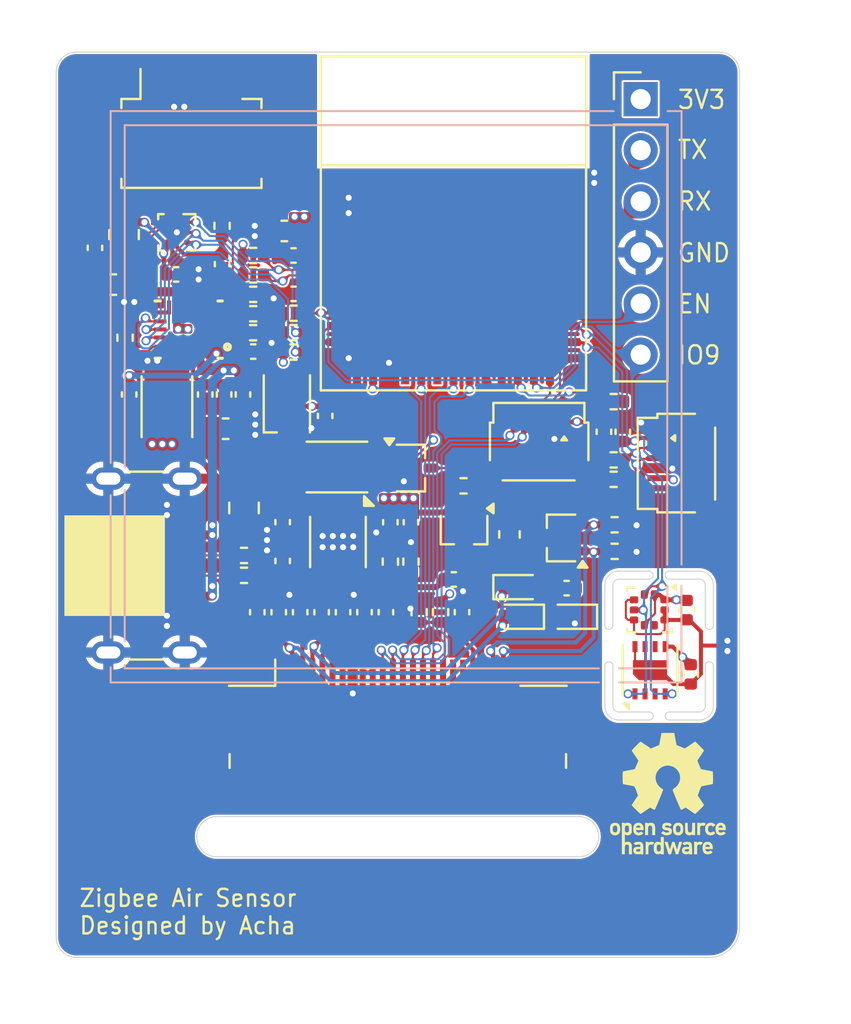
<source format=kicad_pcb>
(kicad_pcb (version 20240108) (generator "pcbnew") (generator_version "8.0")
  (layers (0 "F.Cu" signal) (1 "In1.Cu" signal) (2 "In2.Cu" signal) (31 "B.Cu" signal) (34 "B.Paste" user) (35 "F.Paste" user) (36 "B.SilkS" user "B.Silkscreen") (37 "F.SilkS" user "F.Silkscreen") (38 "B.Mask" user) (39 "F.Mask" user) (44 "Edge.Cuts" user))
  (property "BRANCH_HASH" "null")
  (net 0 "")
  (net 1 "GND")
  (net 2 "/BQ25628E/VBUS")
  (net 3 "/BQ25628E/BAT+")
  (net 4 "/BQ25628E/VSYS")
  (net 5 "+3V3")
  (net 6 "/BQ27426/BAT+")
  (net 7 "/BQ27426/VDD")
  (net 8 "Net-(U4-EN)")
  (net 9 "/ESP32-H2/ESP32_EN")
  (net 10 "/E-Ink/VEINK")
  (net 11 "/E-Ink/PREVGH")
  (net 12 "/E-Ink/PREVGL")
  (net 13 "/BQ27426/BIN")
  (net 14 "/ESP32-H2/ESP32_RXD0")
  (net 15 "/ESP32-H2/ESP32_IO9_BOOT")
  (net 16 "/ESP32-H2/ESP32_TXD0")
  (net 17 "/E-Ink/DC")
  (net 18 "/E-Ink/MOSI")
  (net 19 "/E-Ink/BS1")
  (net 20 "/E-Ink/GDR")
  (net 21 "/E-Ink/CLK")
  (net 22 "/E-Ink/BUSY")
  (net 23 "/E-Ink/CS")
  (net 24 "/E-Ink/RESE")
  (net 25 "/E-Ink/RES")
  (net 26 "Net-(U4-L2)")
  (net 27 "Net-(U4-L1)")
  (net 28 "/BQ27426/GPOUT")
  (net 29 "/ESP32-H2/ESP32_IO8")
  (net 30 "/BQ25628E/TS")
  (net 31 "Net-(U4-FB)")
  (net 32 "/BQ25628E/CE")
  (net 33 "/BQ25628E/INT")
  (net 34 "Net-(D2-A)")
  (net 35 "/BQ25628E/PG")
  (net 36 "/BQ25628E/SDA")
  (net 37 "/BQ25628E/SCL")
  (net 38 "/CS2")
  (net 39 "/MISO")
  (net 40 "/Sensors/SCL")
  (net 41 "/ESP32-H2/IO13")
  (net 42 "Net-(U2-PMID)")
  (net 43 "Net-(U2-SW)")
  (net 44 "Net-(U2-BTST)")
  (net 45 "Net-(U2-REGN)")
  (net 46 "Net-(D4-A)")
  (net 47 "Net-(J6-VSH2)")
  (net 48 "Net-(J6-VDD)")
  (net 49 "Net-(J6-VSH1)")
  (net 50 "Net-(J6-VSL)")
  (net 51 "Net-(J6-VCOM)")
  (net 53 "/Sensors/SDA")
  (net 54 "Net-(J1-CC2)")
  (net 55 "Net-(J1-CC1)")
  (net 61 "Net-(Q1-C)")
  (net 62 "Net-(U2-ILIM)")
  (net 63 "Net-(U2-TS_BIAS)")
  (footprint "Capacitor_SMD:C_0402_1005Metric" (layer "F.Cu") (at 112.141 127.8408 -90)
    (property "Reference" "C29" (hide yes))
    (property "Value" "1uF")
  )
  (footprint "Resistor_SMD:R_0402_1005Metric" (layer "F.Cu") (at 111.8088 114.9096)
    (property "Reference" "R10" (hide yes))
    (property "Value" "10K")
  )
  (footprint "Resistor_SMD:R_0402_1005Metric" (layer "F.Cu") (at 119.126 127.8382 90)
    (property "Reference" "R21" (hide yes))
    (property "Value" "4.7K")
  )
  (footprint "Capacitor_SMD:C_0402_1005Metric" (layer "F.Cu") (at 120.1928 127.8382 -90)
    (property "Reference" "C24" (hide yes))
    (property "Value" "1uF")
  )
  (footprint "Capacitor_SMD:C_0402_1005Metric" (layer "F.Cu") (at 131.572 130.9318 -90)
    (property "Reference" "C32" (hide yes))
    (property "Value" "100nF")
  )
  (footprint "Resistor_SMD:R_0402_1005Metric" (layer "F.Cu") (at 109.8042 110.109)
    (property "Reference" "R4" (hide yes))
    (property "Value" "10K")
  )
  (footprint "Package_SON:WSON-10-1EP_2.5x2.5mm_P0.5mm_EP1.2x2mm" (layer "F.Cu") (at 114.0206 124.3517 -90)
    (property "Reference" "U4" (hide yes))
    (property "Value" "TPS63030DSK")
  )
  (footprint "Resistor_SMD:R_0402_1005Metric" (layer "F.Cu") (at 109.8042 111.0742)
    (property "Reference" "R3" (hide yes))
    (property "Value" "10K")
  )
  (footprint "Capacitor_SMD:C_0402_1005Metric" (layer "F.Cu") (at 101.9302 109.728 90)
    (property "Reference" "C16" (hide yes))
    (property "Value" "470nF")
  )
  (footprint "Capacitor_SMD:C_0402_1005Metric" (layer "F.Cu") (at 107.4166 117.0178 -90)
    (property "Reference" "C9" (hide yes))
    (property "Value" "100nF")
  )
  (footprint "Capacitor_SMD:C_0402_1005Metric" (layer "F.Cu") (at 111.8108 110.109 180)
    (property "Reference" "C6" (hide yes))
    (property "Value" "100nF")
  )
  (footprint "Capacitor_SMD:C_0402_1005Metric" (layer "F.Cu") (at 105.9688 111.0488)
    (property "Reference" "C15" (hide yes))
    (property "Value" "1uF")
  )
  (footprint "Package_TO_SOT_SMD:SOT-323_SC-70" (layer "F.Cu") (at 120.2935 123.7341 -90)
    (property "Reference" "Q2" (hide yes))
    (property "Value" "CJ2101")
  )
  (footprint "Capacitor_SMD:C_0402_1005Metric" (layer "F.Cu") (at 111.2694 125.2937 90)
    (property "Reference" "C19" (hide yes))
    (property "Value" "100nF")
  )
  (footprint "Resistor_SMD:R_0402_1005Metric" (layer "F.Cu") (at 109.8042 113.0046)
    (property "Reference" "R12" (hide yes))
    (property "Value" "53.6K")
  )
  (footprint "Capacitor_SMD:C_0402_1005Metric" (layer "F.Cu") (at 114.2746 127.8408 -90)
    (property "Reference" "C27" (hide yes))
    (property "Value" "1uF")
  )
  (footprint "Symbol:OSHW-Logo_5.7x6mm_SilkScreen" (layer "F.Cu") (at 130.429 136.8552)
    (property "Reference" "#SYM1" (hide yes))
    (property "Value" "OSHW-Logo_5.7x6mm_SilkScreen" (hide yes))
  )
  (footprint "Resistor_SMD:R_0402_1005Metric" (layer "F.Cu") (at 109.347 126.0094)
    (property "Reference" "R1" (hide yes))
    (property "Value" "5.1K")
  )
  (footprint "Resistor_SMD:R_0402_1005Metric" (layer "F.Cu") (at 111.8108 113.9444)
    (property "Reference" "R14" (hide yes))
    (property "Value" "5.1K")
  )
  (footprint "Resistor_SMD:R_0402_1005Metric" (layer "F.Cu") (at 111.8108 112.9794 180)
    (property "Reference" "R7" (hide yes))
    (property "Value" "10K")
  )
  (footprint "Capacitor_SMD:C_0603_1608Metric" (layer "F.Cu") (at 108.4326 118.7196)
    (property "Reference" "C12" (hide yes))
    (property "Value" "20uF")
  )
  (footprint "Resistor_SMD:R_0402_1005Metric" (layer "F.Cu") (at 118.0592 127.8382 -90)
    (property "Reference" "R19" (hide yes))
    (property "Value" "4.7K")
  )
  (footprint "Inductor_SMD:L_Sunlord_SWPA252012S" (layer "F.Cu") (at 113.9698 120.6246 180)
    (property "Reference" "L2" (hide yes))
    (property "Value" "1.5uH")
  )
  (footprint "Capacitor_SMD:C_0402_1005Metric" (layer "F.Cu") (at 116.4082 127.8408 -90)
    (property "Reference" "C25" (hide yes))
    (property "Value" "1uF")
  )
  (footprint "Resistor_SMD:R_0402_1005Metric" (layer "F.Cu") (at 103.4288 114.1984 90)
    (property "Reference" "R11" (hide yes))
    (property "Value" "10K")
  )
  (footprint "Resistor_SMD:R_0402_1005Metric" (layer "F.Cu") (at 109.7989 113.946699)
    (property "Reference" "R9" (hide yes))
    (property "Value" "2.4K")
  )
  (footprint "Capacitor_SMD:C_0603_1608Metric" (layer "F.Cu") (at 102.8446 111.5568 180)
    (property "Reference" "C11" (hide yes))
    (property "Value" "10uF")
  )
  (footprint "Connector_USB:USB_C_Receptacle_GCT_USB4125-xx-x_6P_TopMnt_Horizontal" (layer "F.Cu") (at 103.3968 125.5228 -90)
    (property "Reference" "J1" (hide yes))
    (property "Value" "USB_C_Receptacle_PowerOnly_6P")
  )
  (footprint "Connector_PinHeader_2.54mm:PinHeader_1x06_P2.54mm_Vertical" (layer "F.Cu") (at 129.0828 102.3366)
    (property "Reference" "J5" (hide yes))
    (property "Value" "Conn_01x06")
  )
  (footprint "Package_TO_SOT_SMD:SOT-323_SC-70" (layer "F.Cu") (at 117.6274 120.6754)
    (property "Reference" "Q1" (hide yes))
    (property "Value" "BC847W")
  )
  (footprint "Capacitor_SMD:C_0805_2012Metric" (layer "F.Cu") (at 109.347 122.6566 -90)
    (property "Reference" "C17" (hide yes))
    (property "Value" "22uF")
  )
  (footprint "Package_TO_SOT_SMD:SOT-323_SC-70" (layer "F.Cu") (at 125.1458 124.151 180)
    (property "Reference" "Q3" (hide yes))
    (property "Value" "Si1308EDL")
  )
  (footprint "Capacitor_SMD:C_0402_1005Metric" (layer "F.Cu") (at 111.0742 127.8408 -90)
    (property "Reference" "C30" (hide yes))
    (property "Value" "1uF")
  )
  (footprint "Capacitor_SMD:C_0402_1005Metric" (layer "F.Cu") (at 108.3564 117.0178 -90)
    (property "Reference" "C8" (hide yes))
    (property "Value" "10uF")
  )
  (footprint "Capacitor_SMD:C_0402_1005Metric" (layer "F.Cu") (at 103.632 117.0178 90)
    (property "Reference" "C10" (hide yes))
    (property "Value" "47nF")
  )
  (footprint "Capacitor_SMD:C_0402_1005Metric" (layer "F.Cu") (at 113.3856 118.0846 -90)
    (property "Reference" "C1" (hide yes))
    (property "Value" "100nF")
  )
  (footprint "Resistor_SMD:R_0402_1005Metric" (layer "F.Cu") (at 108.2548 108.6338 -90)
    (property "Reference" "R15" (hide yes))
    (property "Value" "1.8M")
  )
  (footprint "Capacitor_SMD:C_0402_1005Metric" (layer "F.Cu") (at 127.254 118.872 -90)
    (property "Reference" "C2" (hide yes))
    (property "Value" "100nF")
  )
  (footprint "Zigbee-Air-Sensor:Hirose_FH34SRJ-6S-0.5SH_1x06-1MP_P0.50mm_Horizontal" (layer "F.Cu") (at 131.165047 120.42895 90)
    (property "Reference" "J4" (hide yes))
    (property "Value" "FH34SRJ-6S-0.5SH")
  )
  (footprint "Capacitor_SMD:C_0402_1005Metric" (layer "F.Cu") (at 113.2078 127.8408 -90)
    (property "Reference" "C28" (hide yes))
    (property "Value" "1uF")
  )
  (footprint "Resistor_SMD:R_0402_1005Metric" (layer "F.Cu") (at 127.7874 124.8156)
    (property "Reference" "R22" (hide yes))
    (property "Value" "1M")
  )
  (footprint "Resistor_SMD:R_0402_1005Metric" (layer "F.Cu") (at 116.6288 125.3269 -90)
    (property "Reference" "R17" (hide yes))
    (property "Value" "560K")
  )
  (footprint "Zigbee-Air-Sensor:COMM-SMD_ESP32-H2-MINI" (layer "F.Cu") (at 119.7682 111.2136)
    (property "Reference" "U1" (hide yes))
    (property "Value" "ESP32-H2-MINI-1-H4")
  )
  (footprint "Inductor_SMD:L_0603_1608Metric" (layer "F.Cu") (at 122.555 123.9741 -90)
    (property "Reference" "L3" (hide yes))
    (property "Value" "47uH")
  )
  (footprint "Capacitor_SMD:C_0402_1005Metric" (layer "F.Cu") (at 110.0074 127.8408 -90)
    (property "Reference" "C31" (hide yes))
    (property "Value" "1uF")
  )
  (footprint "Capacitor_SMD:C_0402_1005Metric" (layer "F.Cu") (at 111.2694 123.3633 -90)
    (property "Reference" "C18" (hide yes))
    (property "Value" "10uF")
  )
  (footprint "Resistor_SMD:R_0402_1005Metric" (layer "F.Cu") (at 120.269 121.5591)
    (property "Reference" "R20" (hide yes))
    (property "Value" "10M")
  )
  (footprint "Capacitor_SMD:C_0402_1005Metric" (layer "F.Cu") (at 131.3688 127.734 -90)
    (property "Reference" "C33" (hide yes))
    (property "Value" "100nF")
  )
  (footprint "Zigbee-Air-Sensor:YZF0009AKAL" (layer "F.Cu") (at 106.002201 108.957999 -90)
    (property "Reference" "U3" (hide yes))
    (property "Value" "BQ27426YZFR")
  )
  (footprint "Package_LGA:ST_HLGA-10_2x2mm_P0.5mm_LayoutBorder3x2y" (layer "F.Cu") (at 129.5141 127.726 -90)
    (property "Reference" "U6" (hide yes))
    (property "Value" "LPS22DF")
  )
  (footprint "Sensor_Humidity:Sensirion_DFN-8-1EP_2.5x2.5mm_P0.5mm_EP1.1x1.7mm" (layer "F.Cu") (at 129.55 130.725 90)
    (property "Reference" "U5" (hide yes))
    (property "Value" "SHT30-DIS")
  )
  (footprint "Diode_SMD:D_SOD-523" (layer "F.Cu") (at 123.0122 126.5936)
    (property "Reference" "D4" (hide yes))
    (property "Value" "MSK4005")
  )
  (footprint "Inductor_SMD:L_Sunlord_SWPA252012S" (layer "F.Cu") (at 105.5116 117.6274 -90)
    (property "Reference" "L1" (hide yes))
    (property "Value" "1uH")
  )
  (footprint "Resistor_SMD:R_0402_1005Metric" (layer "F.Cu") (at 109.8042 112.0394)
    (property "Reference" "R13" (hide yes))
    (property "Value" "30.9K")
  )
  (footprint "Capacitor_SMD:C_0402_1005Metric" (layer "F.Cu") (at 117.6528 123.3678 -90)
    (property "Reference" "C21" (hide yes))
    (property "Value" "10uF")
  )
  (footprint "Diode_SMD:D_SOD-523" (layer "F.Cu") (at 125.6538 128.0668 180)
    (property "Reference" "D2" (hide yes))
    (property "Value" "MSK4005")
  )
  (footprint "Capacitor_SMD:C_0402_1005Metric" (layer "F.Cu") (at 116.6288 123.3685 -90)
    (property "Reference" "C20" (hide yes))
    (property "Value" "10uF")
  )
  (footprint "Capacitor_SMD:C_0402_1005Metric" (layer "F.Cu") (at 119.7864 126.2126)
    (property "Reference" "C22" (hide yes))
    (property "Value" "1uF")
  )
  (footprint "Resistor_SMD:R_0402_1005Metric" (layer "F.Cu") (at 127.7874 123.4948)
    (property "Reference" "R23" (hide yes))
    (property "Value" "2.2R")
  )
  (footprint "Resistor_SMD:R_0402_1005Metric" (layer "F.Cu") (at 117.6528 125.3262 90)
    (property "Reference" "R18" (hide yes))
    (property "Value" "100K")
  )
  (footprint "Capacitor_SMD:C_0402_1005Metric" (layer "F.Cu") (at 111.8108 112.0142 180)
    (property "Reference" "C4" (hide yes))
    (property "Value" "1uF")
  )
  (footprint "Connector_Molex:Molex_PicoBlade_53261-0471_1x04-1MP_P1.25mm_Horizontal" (layer "F.Cu") (at 106.7308 104.0384)
    (property "Reference" "J2" (hide yes))
    (property "Value" "Conn_01x04")
  )
  (footprint "Resistor_SMD:R_0402_1005Metric" (layer "F.Cu") (at 127.7366 120.2692)
    (property "Reference" "R6" (hide yes))
    (property "Value" "10K")
  )
  (footprint "Capacitor_SMD:C_0402_1005Metric" (layer "F.Cu") (at 125.3972 126.6444 180)
    (property "Reference" "C23" (hide yes))
    (property "Value" "1uF")
  )
  (footprint "Resistor_SMD:R_0402_1005Metric" (layer "F.Cu") (at 127.7366 117.3734 180)
    (property "Reference" "R8" (hide yes))
    (property "Value" "10K")
  )
  (footprint "Capacitor_SMD:C_0402_1005Metric" (layer "F.Cu") (at 109.8042 114.8842)
    (property "Reference" "C13" (hide yes))
    (property "Value" "4.7uF")
  )
  (footprint "Capacitor_SMD:C_0603_1608Metric" (layer "F.Cu") (at 111.3536 108.8898 180)
    (property "Reference" "C5" (hide yes))
    (property "Value" "10uF")
  )
  (footprint "Capacitor_SMD:C_0402_1005Metric" (layer "F.Cu") (at 128.1938 118.872 90)
    (property "Reference" "C3" (hide yes))
    (property "Value" "100nF")
  )
  (footprint "Resistor_SMD:R_0805_2012Metric" (layer "F.Cu") (at 103.378 109.0676 90)
    (property "Reference" "R16" (hide yes))
    (property "Value" "10mR")
  )
  (footprint "Capacitor_SMD:C_0402_1005Metric" (layer "F.Cu") (at 108.2548 110.5388 -90)
    (property "Reference" "C14" (hide yes))
    (property "Value" "2.2uF")
  )
  (footprint "Resistor_SMD:R_0402_1005Metric" (layer "F.Cu") (at 109.347 125.0188)
    (property "Reference" "R2" (hide yes))
    (property "Value" "5.1K")
  )
  (footprint "Zigbee-Air-Sensor:Jushuo_AFC07-S24FCA-00_1x24-1MP_P0.50_Horizontal_Inverted" (layer "F.Cu") (at 117 132.4468)
    (property "Reference" "J6" (hide yes))
    (property "Value" "E-Ink 24P")
  )
  (footprint "Capacitor_SMD:C_0402_1005Metric" (layer "F.Cu") (at 109.2962 117.0178 -90)
    (property "Reference" "C7" (hide yes))
    (property "Value" "1uF")
  )
  (footprint "LED_SMD:LED_WS2812B-2020_PLCC4_2.0x2.0mm" (layer "F.Cu") (at 111.48 117.4838 90)
    (property "Reference" "D1" (hide yes))
    (property "Value" "WS2812B-2020")
  )
  (footprint "Zigbee-Air-Sensor:WQFN-HR18__RYK_TEX" (layer "F.Cu") (at 106.5917 113.792 180)
    (property "Reference" "U2" (hide yes))
    (property "Value" "BQ25628ERYKR" (hide yes))
  )
  (footprint "Capacitor_SMD:C_0402_1005Metric" (layer "F.Cu") (at 115.3414 127.8408 -90)
    (property "Reference" "C26" (hide yes))
    (property "Value" "1uF")
  )
  (footprint "Diode_SMD:D_SOD-523" (layer "F.Cu") (at 123.0122 128.0668 180)
    (property "Reference" "D3" (hide yes))
    (property "Value" "MSK4005")
  )
  (footprint "Resistor_SMD:R_0402_1005Metric" (layer "F.Cu") (at 127.7366 121.2344)
    (property "Reference" "R5" (hide yes))
    (property "Value" "10K")
  )
  (footprint "Zigbee-Air-Sensor:Hirose_FH34SRJ-6S-0.5SH_1x06-1MP_P0.50mm_Horizontal" (layer "F.Cu") (at 124.0322 119.6648)
    (property "Reference" "J3" (hide yes))
    (property "Value" "FH34SRJ-6S-0.5SH")
  )
  (gr_line (start 130.4036 125.476) (end 130.4036 103.632) (stroke (width 0.1)) (layer "B.SilkS"))
  (gr_line (start 130.4112 130.6322) (end 130.4112 126.5174) (stroke (width 0.1)) (layer "B.SilkS"))
  (gr_line (start 127.7366 102.9322) (end 102.7112 102.9322) (stroke (width 0.1)) (layer "B.SilkS"))
  (gr_line (start 131.1112 131.3322) (end 131.1112 126.5174) (stroke (width 0.1)) (layer "B.SilkS"))
  (gr_line (start 131.1148 125.476) (end 131.1148 102.9322) (stroke (width 0.1)) (layer "B.SilkS"))
  (gr_line (start 130.429 102.9322) (end 130.429 102.9322) (stroke (width 0.1)) (layer "B.SilkS"))
  (gr_line (start 103.4112 103.6322) (end 103.4112 120.65) (stroke (width 0.1)) (layer "B.SilkS"))
  (gr_line (start 103.4112 130.6322) (end 127 130.6322) (stroke (width 0.1)) (layer "B.SilkS"))
  (gr_line (start 103.4112 103.6322) (end 130.4036 103.632) (stroke (width 0.1)) (layer "B.SilkS"))
  (gr_line (start 102.7112 131.3322) (end 127 131.3322) (stroke (width 0.1)) (layer "B.SilkS"))
  (gr_line (start 103.4112 130.4544) (end 103.4112 130.6322) (stroke (width 0.1)) (layer "B.SilkS"))
  (gr_line (start 102.7112 102.9322) (end 102.7112 120.4214) (stroke (width 0.1)) (layer "B.SilkS"))
  (gr_line (start 128.016 130.6322) (end 130.4112 130.6322) (stroke (width 0.1)) (layer "B.SilkS"))
  (gr_line (start 102.7112 130.5814) (end 102.7112 131.3322) (stroke (width 0.1)) (layer "B.SilkS"))
  (gr_line (start 103.4112 121.7676) (end 103.4112 129.286) (stroke (width 0.1)) (layer "B.SilkS"))
  (gr_line (start 128.016 131.3322) (end 131.1112 131.3322) (stroke (width 0.1)) (layer "B.SilkS"))
  (gr_line (start 102.7112 122.0216) (end 102.7112 129.1082) (stroke (width 0.1)) (layer "B.SilkS"))
  (gr_line (start 131.1148 102.9322) (end 130.429 102.9322) (stroke (width 0.1)) (layer "B.SilkS"))
  (gr_rect (start 100.41 123.0268) (end 105.41 128.0268) (fill solid) (layer "F.SilkS"))
  (gr_line (start 128 133.2) (end 129.5 133.2) (stroke (width 0.05)) (layer "Edge.Cuts"))
  (gr_line (start 129.5 132.8) (end 128 132.8) (stroke (width 0.05)) (layer "Edge.Cuts"))
  (gr_line (start 132.7 132.5) (end 132.7 130.5) (stroke (width 0.05)) (layer "Edge.Cuts"))
  (gr_arc (start 127.3 130.5) (mid 127.5 130.3) (end 127.7 130.5) (stroke (width 0.05)) (layer "Edge.Cuts"))
  (gr_arc (start 130.5 133.2) (mid 130.3 133) (end 130.5 132.8) (stroke (width 0.05)) (layer "Edge.Cuts"))
  (gr_arc (start 129.5 125.8) (mid 129.7 126) (end 129.5 126.2) (stroke (width 0.05)) (layer "Edge.Cuts"))
  (gr_line (start 129.5 126.2) (end 128 126.2) (stroke (width 0.05)) (layer "Edge.Cuts"))
  (gr_arc (start 100 101) (mid 100.292893 100.292893) (end 101 100) (stroke (width 0.05)) (layer "Edge.Cuts"))
  (gr_line (start 130.5 132.8) (end 132 132.8) (stroke (width 0.05)) (layer "Edge.Cuts"))
  (gr_arc (start 127.3 126.5) (mid 127.505025 126.005025) (end 128 125.8) (stroke (width 0.05)) (layer "Edge.Cuts"))
  (gr_line (start 127.7 126.5) (end 127.7 128.5) (stroke (width 0.05)) (layer "Edge.Cuts"))
  (gr_line (start 130.5 126.2) (end 132 126.2) (stroke (width 0.05)) (layer "Edge.Cuts"))
  (gr_arc (start 101 145) (mid 100.292893 144.707107) (end 100 144) (stroke (width 0.05)) (layer "Edge.Cuts"))
  (gr_line (start 101 145) (end 132.5 145) (stroke (width 0.05)) (layer "Edge.Cuts"))
  (gr_line (start 132 125.8) (end 130.5 125.8) (stroke (width 0.05)) (layer "Edge.Cuts"))
  (gr_arc (start 127.7 128.5) (mid 127.5 128.7) (end 127.3 128.5) (stroke (width 0.05)) (layer "Edge.Cuts"))
  (gr_arc (start 132.7 128.5) (mid 132.5 128.7) (end 132.3 128.5) (stroke (width 0.05)) (layer "Edge.Cuts"))
  (gr_line (start 127.7 132.5) (end 127.7 130.5) (stroke (width 0.05)) (layer "Edge.Cuts"))
  (gr_arc (start 132.3 132.5) (mid 132.212132 132.712132) (end 132 132.8) (stroke (width 0.05)) (layer "Edge.Cuts"))
  (gr_arc (start 128 132.8) (mid 127.787868 132.712132) (end 127.7 132.5) (stroke (width 0.05)) (layer "Edge.Cuts"))
  (gr_arc (start 108 140) (mid 107 139) (end 108 138) (stroke (width 0.05)) (layer "Edge.Cuts"))
  (gr_line (start 132.3 126.5) (end 132.3 128.5) (stroke (width 0.05)) (layer "Edge.Cuts"))
  (gr_arc (start 132 126.2) (mid 132.212132 126.287868) (end 132.3 126.5) (stroke (width 0.05)) (layer "Edge.Cuts"))
  (gr_line (start 133 100) (end 101 100) (stroke (width 0.05)) (layer "Edge.Cuts"))
  (gr_line (start 126 140) (end 108 140) (stroke (width 0.05)) (layer "Edge.Cuts"))
  (gr_arc (start 134 143.5) (mid 133.56066 144.56066) (end 132.5 145) (stroke (width 0.05)) (layer "Edge.Cuts"))
  (gr_arc (start 129.5 132.8) (mid 129.7 133) (end 129.5 133.2) (stroke (width 0.05)) (layer "Edge.Cuts"))
  (gr_line (start 132 133.2) (end 130.5 133.2) (stroke (width 0.05)) (layer "Edge.Cuts"))
  (gr_line (start 132.7 128.5) (end 132.7 126.5) (stroke (width 0.05)) (layer "Edge.Cuts"))
  (gr_arc (start 132.3 130.5) (mid 132.5 130.3) (end 132.7 130.5) (stroke (width 0.05)) (layer "Edge.Cuts"))
  (gr_line (start 127.3 130.5) (end 127.3 132.5) (stroke (width 0.05)) (layer "Edge.Cuts"))
  (gr_arc (start 128 133.2) (mid 127.505025 132.994975) (end 127.3 132.5) (stroke (width 0.05)) (layer "Edge.Cuts"))
  (gr_arc (start 133 100) (mid 133.707107 100.292893) (end 134 101) (stroke (width 0.05)) (layer "Edge.Cuts"))
  (gr_arc (start 127.7 126.5) (mid 127.787868 126.287868) (end 128 126.2) (stroke (width 0.05)) (layer "Edge.Cuts"))
  (gr_line (start 134 143.5) (end 134 101) (stroke (width 0.05)) (layer "Edge.Cuts"))
  (gr_line (start 100 101) (end 100 144) (stroke (width 0.05)) (layer "Edge.Cuts"))
  (gr_line (start 108 138) (end 126 138) (stroke (width 0.05)) (layer "Edge.Cuts"))
  (gr_arc (start 130.5 126.2) (mid 130.3 126) (end 130.5 125.8) (stroke (width 0.05)) (layer "Edge.Cuts"))
  (gr_line (start 128 125.8) (end 129.5 125.8) (stroke (width 0.05)) (layer "Edge.Cuts"))
  (gr_arc (start 126 138) (mid 127 139) (end 126 140) (stroke (width 0.05)) (layer "Edge.Cuts"))
  (gr_line (start 132.3 132.5) (end 132.3 130.5) (stroke (width 0.05)) (layer "Edge.Cuts"))
  (gr_arc (start 132.7 132.5) (mid 132.494975 132.994975) (end 132 133.2) (stroke (width 0.05)) (layer "Edge.Cuts"))
  (gr_line (start 127.3 126.5) (end 127.3 128.5) (stroke (width 0.05)) (layer "Edge.Cuts"))
  (gr_arc (start 132 125.8) (mid 132.494975 126.005025) (end 132.7 126.5) (stroke (width 0.05)) (layer "Edge.Cuts"))
  (gr_text "Zigbee Air Sensor\nDesigned by Acha" (at 101.092 143.9164 0) (layer "F.SilkS") (effects (font (size 0.85 0.8) (thickness 0.12)) (justify left bottom)))
  (gr_text "EN" (at 130.8608 112.522 0) (layer "F.SilkS") (effects (font (size 0.9 0.85) (thickness 0.12)) (justify left)))
  (gr_text "TX" (at 130.8608 104.8512 0) (layer "F.SilkS") (effects (font (size 0.9 0.85) (thickness 0.12)) (justify left)))
  (gr_text "GND" (at 130.8608 109.982 0) (layer "F.SilkS") (effects (font (size 0.9 0.85) (thickness 0.12)) (justify left)))
  (gr_text "IO9" (at 130.8608 115.062 0) (layer "F.SilkS") (effects (font (size 0.9 0.85) (thickness 0.12)) (justify left)))
  (gr_text "3V3" (at 130.8608 102.362 0) (layer "F.SilkS") (effects (font (size 0.9 0.85) (thickness 0.12)) (justify left)))
  (gr_text "RX" (at 130.8608 107.4166 0) (layer "F.SilkS") (effects (font (size 0.9 0.85) (thickness 0.12)) (justify left)))
  (segment (start 128.7516 127.226) (end 128.4478 127.226) (width 0.1) (layer "F.Cu") (net 1))
  (segment (start 131.572 131.4118) (end 130.7146 131.4118) (width 0.2) (layer "F.Cu") (net 1))
  (segment (start 129.302 132.0906) (end 129.302 131.1656) (width 0.1) (layer "F.Cu") (net 1))
  (segment (start 130.2766 127.726) (end 130.2766 128.226) (width 0.2) (layer "F.Cu") (net 1))
  (segment (start 128.4478 127.226) (end 128.3462 127.3276) (width 0.1) (layer "F.Cu") (net 1))
  (segment (start 128.905 128.9278) (end 130.0734 128.9278) (width 0.1) (layer "F.Cu") (net 1))
  (segment (start 128.7516 128.7744) (end 128.905 128.9278) (width 0.1) (layer "F.Cu") (net 1))
  (segment (start 128.7516 128.226) (end 128.7516 128.7744) (width 0.1) (layer "F.Cu") (net 1))
  (segment (start 129.302 129.552) (end 129.302 130.6656) (width 0.1) (layer "F.Cu") (net 1))
  (segment (start 128.4572 128.226) (end 128.7516 128.226) (width 0.1) (layer "F.Cu") (net 1))
  (segment (start 130.2766 128.7246) (end 130.2766 128.226) (width 0.1) (layer "F.Cu") (net 1))
  (segment (start 128.802 129.552) (end 128.802 130.679) (width 0.1) (layer "F.Cu") (net 1))
  (segment (start 131.572 131.4118) (end 132.082 130.9018) (width 0.2) (layer "F.Cu") (net 1))
  (segment (start 128.3462 128.115) (end 128.4572 128.226) (width 0.1) (layer "F.Cu") (net 1))
  (segment (start 132.082 128.8054) (end 131.4906 128.214) (width 0.2) (layer "F.Cu") (net 1))
  (segment (start 132.082 129.5654) (end 132.082 128.8054) (width 0.2) (layer "F.Cu") (net 1))
  (segment (start 130.7146 131.4118) (end 130.0278 130.725) (width 0.2) (layer "F.Cu") (net 1))
  (segment (start 130.0734 128.9278) (end 130.2766 128.7246) (width 0.1) (layer "F.Cu") (net 1))
  (segment (start 132.082 130.9018) (end 132.082 129.5654) (width 0.2) (layer "F.Cu") (net 1))
  (segment (start 128.3462 127.3276) (end 128.3462 128.115) (width 0.1) (layer "F.Cu") (net 1))
  (segment (start 132.082 129.5) (end 132.969 129.5) (width 0.2) (layer "F.Cu") (net 1))
  (segment (start 130.2766 128.226) (end 131.3568 128.226) (width 0.2) (layer "F.Cu") (net 1))
  (via (at 110.49 124.7648) (size 0.45) (drill 0.3) (layers "F.Cu" "B.Cu") (net 1))
  (via (at 103.886 112.4204) (size 0.45) (drill 0.3) (layers "F.Cu" "B.Cu") (net 1))
  (via (at 109.8804 109.1438) (size 0.45) (drill 0.3) (layers "F.Cu" "B.Cu") (net 1))
  (via (at 133.4008 129.2606) (size 0.45) (drill 0.3) (layers "F.Cu" "B.Cu") (net 1))
  (via (at 109.9058 118.0084) (size 0.45) (drill 0.3) (layers "F.Cu" "B.Cu") (net 1))
  (via (at 114.554 108.0008) (size 0.45) (drill 0.3) (layers "F.Cu" "B.Cu") (net 1))
  (via (at 109.9058 118.5164) (size 0.45) (drill 0.3) (layers "F.Cu" "B.Cu") (net 1))
  (via (at 117.6528 124.3584) (size 0.45) (drill 0.3) (layers "F.Cu" "B.Cu") (net 1))
  (via (at 110.8202 112.2426) (size 0.45) (drill 0.3) (layers "F.Cu" "B.Cu") (net 1))
  (via (at 107.0864 111.3028) (size 0.45) (drill 0.3) (layers "F.Cu" "B.Cu") (net 1))
  (via (at 126.7714 106.5022) (size 0.45) (drill 0.3) (layers "F.Cu" "B.Cu") (net 1))
  (via (at 105.5116 123.0122) (size 0.45) (drill 0.3) (layers "F.Cu" "B.Cu") (net 1))
  (via (at 128.8796 123.5202) (size 0.45) (drill 0.3) (layers "F.Cu" "B.Cu") (net 1))
  (via (at 105.8672 102.7176) (size 0.45) (drill 0.3) (layers "F.Cu" "B.Cu") (net 1))
  (via (at 111.6076 126.9746) (size 0.45) (drill 0.3) (layers "F.Cu" "B.Cu") (net 1))
  (via (at 109.9058 119.0244) (size 0.45) (drill 0.3) (layers "F.Cu" "B.Cu") (net 1))
  (via (at 105.5116 122.5042) (size 0.45) (drill 0.3) (layers "F.Cu" "B.Cu") (net 1))
  (via (at 116.5606 115.443) (size 0.45) (drill 0.3) (layers "F.Cu" "B.Cu") (net 1))
  (via (at 105.029 115.3414) (size 0.45) (drill 0.3) (layers "F.Cu" "B.Cu") (net 1))
  (via (at 107.0864 110.7948) (size 0.45) (drill 0.3) (layers "F.Cu" "B.Cu") (net 1))
  (via (at 128.8796 124.841) (size 0.45) (drill 0.3) (layers "F.Cu" "B.Cu") (net 1))
  (via (at 114.7826 124.6124) (size 0.45) (drill 0.3) (layers "F.Cu" "B.Cu") (net 1))
  (via (at 110.7186 114.4524) (size 0.45) (drill 0.3) (layers "F.Cu" "B.Cu") (net 1))
  (via (at 109.8804 108.6358) (size 0.45) (drill 0.3) (layers "F.Cu" "B.Cu") (net 1))
  (via (at 114.808 126.9746) (size 0.45) (drill 0.3) (layers "F.Cu" "B.Cu") (net 1))
  (via (at 103.378 112.4204) (size 0.45) (drill 0.3) (layers "F.Cu" "B.Cu") (net 1))
  (via (at 129.1082 118.4148) (size 0.45) (drill 0.3) (layers "F.Cu" "B.Cu") (net 1))
  (via (at 125.8062 128.397) (size 0.45) (drill 0.3) (layers "F.Cu" "B.Cu") (net 1))
  (via (at 115.9256 123.8758) (size 0.45) (drill 0.3) (layers "F.Cu" "B.Cu") (net 1))
  (via (at 105.5116 128.016) (size 0.45) (drill 0.3) (layers "F.Cu" "B.Cu") (net 1))
  (via (at 117.2972 121.3358) (size 0.45) (drill 0.3) (layers "F.Cu" "B.Cu") (net 1))
  (via (at 113.2586 124.0536) (size 0.45) (drill 0.3) (layers "F.Cu" "B.Cu") (net 1))
  (via (at 110.49 123.7488) (size 0.45) (drill 0.3) (layers "F.Cu" "B.Cu") (net 1))
  (via (at 117.6274 127.6604) (size 0.45) (drill 0.3) (layers "F.Cu" "B.Cu") (net 1))
  (via (at 110.49 124.2568) (size 0.45) (drill 0.3) (layers "F.Cu" "B.Cu") (net 1))
  (via (at 106.3752 102.7176) (size 0.45) (drill 0.3) (layers "F.Cu" "B.Cu") (net 1))
  (via (at 114.554 115.2144) (size 0.45) (drill 0.3) (layers "F.Cu" "B.Cu") (net 1))
  (via (at 114.2746 124.6124) (size 0.45) (drill 0.3) (layers "F.Cu" "B.Cu") (net 1))
  (via (at 105.5116 128.524) (size 0.45) (drill 0.3) (layers "F.Cu" "B.Cu") (net 1))
  (via (at 120.2436 126.7968) (size 0.45) (drill 0.3) (layers "F.Cu" "B.Cu") (net 1))
  (via (at 133.4008 129.7686) (size 0.45) (drill 0.3) (layers "F.Cu" "B.Cu") (net 1))
  (via (at 114.2746 124.0536) (size 0.45) (drill 0.3) (layers "F.Cu" "B.Cu") (net 1))
  (via (at 114.554 107.2388) (size 0.45) (drill 0.3) (layers "F.Cu" "B.Cu") (net 1))
  (via (at 104.5464 115.3414) (size 0.45) (drill 0.3) (layers "F.Cu" "B.Cu") (net 1))
  (via (at 113.7666 124.0536) (size 0.45) (drill 0.3) (layers "F.Cu" "B.Cu") (net 1))
  (via (at 112.6998 118.6942) (size 0.45) (drill 0.3) (layers "F.Cu" "B.Cu") (net 1))
  (via (at 114.7826 124.0536) (size 0.45) (drill 0.3) (layers "F.Cu" "B.Cu") (net 1))
  (via (at 114.7572 131.8768) (size 0.45) (drill 0.3) (layers "F.Cu" "B.Cu") (net 1))
  (via (at 124.7902 119.2276) (size 0.45) (drill 0.3) (layers "F.Cu" "B.Cu") (net 1))
  (via (at 113.2586 124.6124) (size 0.45) (drill 0.3) (layers "F.Cu" "B.Cu") (net 1))
  (via (at 113.7666 124.6124) (size 0.45) (drill 0.3) (layers "F.Cu" "B.Cu") (net 1))
  (via (at 106.002201 108.957999) (size 0.45) (drill 0.3) (layers "F.Cu" "B.Cu") (net 1))
  (via (at 126.7714 105.9942) (size 0.45) (drill 0.3) (layers "F.Cu" "B.Cu") (net 1))
  (via (at 130.6576 120.7008) (size 0.45) (drill 0.3) (layers "F.Cu" "B.Cu") (net 1))
  (segment (start 106.4768 124.0028) (end 107.7722 124.0028) (width 0.45) (layer "F.Cu") (net 2))
  (segment (start 107.7722 124.0028) (end 107.7722 123.5202) (width 0.45) (layer "F.Cu") (net 2))
  (segment (start 107.7722 127.0254) (end 107.7722 126.5428) (width 0.45) (layer "F.Cu") (net 2))
  (segment (start 107.7548 127.0428) (end 107.7722 127.0254) (width 0.45) (layer "F.Cu") (net 2))
  (segment (start 106.4768 127.0428) (end 107.7548 127.0428) (width 0.45) (layer "F.Cu") (net 2))
  (via (at 107.7722 123.5202) (size 0.45) (drill 0.3) (layers "F.Cu" "B.Cu") (net 2))
  (via (at 108.331 115.824) (size 0.45) (drill 0.3) (layers "F.Cu" "B.Cu") (net 2))
  (via (at 108.839 115.824) (size 0.45) (drill 0.3) (layers "F.Cu" "B.Cu") (net 2))
  (via (at 107.7722 127.0254) (size 0.45) (drill 0.3) (layers "F.Cu" "B.Cu") (net 2))
  (via (at 107.7722 126.5428) (size 0.45) (drill 0.3) (layers "F.Cu" "B.Cu") (net 2))
  (via (at 107.7722 124.0028) (size 0.45) (drill 0.3) (layers "F.Cu" "B.Cu") (net 2))
  (segment (start 107.7722 127.0254) (end 107.7722 116.3828) (width 0.45) (layer "B.Cu") (net 2))
  (segment (start 108.3564 115.824) (end 108.839 115.824) (width 0.45) (layer "B.Cu") (net 2))
  (segment (start 107.7722 116.3828) (end 108.331 115.824) (width 0.45) (layer "B.Cu") (net 2))
  (segment (start 103.5844 109.166) (end 104.756242 109.166) (width 0.1) (layer "F.Cu") (net 3))
  (segment (start 103.378 109.3724) (end 103.5844 109.166) (width 0.1) (layer "F.Cu") (net 3))
  (segment (start 105.354603 108.8104) (end 105.502202 108.957999) (width 0.1) (layer "F.Cu") (net 3))
  (segment (start 104.756242 109.166) (end 105.111842 108.8104) (width 0.1) (layer "F.Cu") (net 3))
  (segment (start 103.378 109.9801) (end 103.378 109.3724) (width 0.1) (layer "F.Cu") (net 3))
  (segment (start 105.111842 108.8104) (end 105.354603 108.8104) (width 0.1) (layer "F.Cu") (net 3))
  (via (at 104.775 119.4816) (size 0.45) (drill 0.3) (layers "F.Cu" "B.Cu") (net 4))
  (via (at 105.7656 119.4816) (size 0.45) (drill 0.3) (layers "F.Cu" "B.Cu") (net 4))
  (via (at 105.283 119.4816) (size 0.45) (drill 0.3) (layers "F.Cu" "B.Cu") (net 4))
  (via (at 106.0704 113.7666) (size 0.45) (drill 0.3) (layers "F.Cu" "B.Cu") (net 4))
  (via (at 106.553 113.7666) (size 0.45) (drill 0.3) (layers "F.Cu" "B.Cu") (net 4))
  (segment (start 128.778 119.3292) (end 128.92825 119.17895) (width 0.2) (layer "F.Cu") (net 5))
  (segment (start 129.794 127.9078) (end 129.794 126.9934) (width 0.1) (layer "F.Cu") (net 5))
  (segment (start 119.5832 126.9238) (end 119.5304 126.9238) (width 0.1) (layer "F.Cu") (net 5))
  (segment (start 116.6288 124.8169) (end 116.0285 124.8169) (width 0.1) (layer "F.Cu") (net 5))
  (segment (start 131.1656 130.0454) (end 131.1656 130.0708) (width 0.2) (layer "F.Cu") (net 5))
  (segment (start 111.3008 115.4156) (end 111.3008 112.9794) (width 0.1) (layer "F.Cu") (net 5))
  (segment (start 131.191 130.0708) (end 131.572 130.4518) (width 0.2) (layer "F.Cu") (net 5))
  (segment (start 115.3414 124.1298) (end 115.3414 123.5202) (width 0.1) (layer "F.Cu") (net 5))
  (segment (start 127.2266 120.2692) (end 127.2266 121.2344) (width 0.1) (layer "F.Cu") (net 5))
  (segment (start 110.93 117.0514) (end 111.4832 117.6046) (width 0.2) (layer "F.Cu") (net 5))
  (segment (start 109.2942 110.109) (end 109.2942 109.5522) (width 0.1) (layer "F.Cu") (net 5))
  (segment (start 129.7641 126.9635) (end 130.0141 126.9635) (width 0.2) (layer "F.Cu") (net 5))
  (segment (start 128.1438 119.352) (end 127.2266 120.2692) (width 0.1) (layer "F.Cu") (net 5))
  (segment (start 130.3 129.55) (end 130.6702 129.55) (width 0.2) (layer "F.Cu") (net 5))
  (segment (start 130.2766 127.226) (end 130.8608 127.226) (width 0.2) (layer "F.Cu") (net 5))
  (segment (start 130.0141 126.9635) (end 130.2766 127.226) (width 0.2) (layer "F.Cu") (net 5))
  (segment (start 111.4832 117.6046) (end 112.7226 117.6046) (width 0.2) (layer "F.Cu") (net 5))
  (segment (start 131.1656 130.0708) (end 131.191 130.0708) (width 0.2) (layer "F.Cu") (net 5))
  (segment (start 119.5304 126.9238) (end 119.126 127.3282) (width 0.1) (layer "F.Cu") (net 5))
  (segment (start 130.8608 127.226) (end 131.3408 127.226) (width 0.2) (layer "F.Cu") (net 5))
  (segment (start 112.7252 117.602) (end 112.7278 117.6046) (width 0.2) (layer "F.Cu") (net 5))
  (segment (start 117.6528 122.8878) (end 119.4898 122.8878) (width 0.3) (layer "F.Cu") (net 5))
  (segment (start 127.254 118.392) (end 125.9358 118.392) (width 0.2) (layer "F.Cu") (net 5))
  (segment (start 112.7278 117.6046) (end 113.3856 117.6046) (width 0.2) (layer "F.Cu") (net 5))
  (segment (start 109.2942 109.5522) (end 109.2962 109.5502) (width 0.1) (layer "F.Cu") (net 5))
  (segment (start 125.8798 118.392) (end 125.305 118.392) (width 0.2) (layer "F.Cu") (net 5))
  (segment (start 128.92825 119.17895) (end 129.915047 119.17895) (width 0.2) (layer "F.Cu") (net 5))
  (segment (start 125.9078 118.364) (end 125.8798 118.392) (width 0.2) (layer "F.Cu") (net 5))
  (segment (start 129.2641 128.4377) (end 129.794 127.9078) (width 0.1) (layer "F.Cu") (net 5))
  (segment (start 110.93 116.5688) (end 110.93 117.0514) (width 0.2) (layer "F.Cu") (net 5))
  (segment (start 128.7552 119.352) (end 128.778 119.3292) (width 0.2) (layer "F.Cu") (net 5))
  (segment (start 130.6702 129.55) (end 131.1656 130.0454) (width 0.2) (layer "F.Cu") (net 5))
  (segment (start 116.0285 124.8169) (end 115.3414 124.1298) (width 0.1) (layer "F.Cu") (net 5))
  (segment (start 119.4898 122.8878) (end 119.6435 122.7341) (width 0.3) (layer "F.Cu") (net 5))
  (segment (start 119.759 121.5591) (end 119.759 122.6186) (width 0.1) (layer "F.Cu") (net 5))
  (segment (start 109.2942 111.0742) (end 109.2942 110.109) (width 0.1) (layer "F.Cu") (net 5))
  (segment (start 125.9358 118.392) (end 125.9078 118.364) (width 0.2) (layer "F.Cu") (net 5))
  (segment (start 127.2266 117.3734) (end 127.2266 118.3646) (width 0.1) (layer "F.Cu") (net 5))
  (segment (start 112.7226 117.6046) (end 112.7252 117.602) (width 0.2) (layer "F.Cu") (net 5))
  (segment (start 111.3028 115.4176) (end 111.3008 115.4156) (width 0.1) (layer "F.Cu") (net 5))
  (segment (start 128.1938 119.352) (end 128.7552 119.352) (width 0.2) (layer "F.Cu") (net 5))
  (via (at 112.3442 108.1786) (size 0.45) (drill 0.3) (layers "F.Cu" "B.Cu") (net 5))
  (via (at 117.7798 122.174) (size 0.45) (drill 0.3) (layers "F.Cu" "B.Cu") (net 5))
  (via (at 117.2972 122.174) (size 0.45) (drill 0.3) (layers "F.Cu" "B.Cu") (net 5))
  (via (at 109.2962 109.5502) (size 0.45) (drill 0.3) (layers "F.Cu" "B.Cu") (net 5))
  (via (at 116.7892 122.174) (size 0.45) (drill 0.3) (layers "F.Cu" "B.Cu") (net 5))
  (via (at 125.9078 118.364) (size 0.45) (drill 0.3) (layers "F.Cu" "B.Cu") (net 5))
  (via (at 111.8616 108.1786) (size 0.45) (drill 0.3) (layers "F.Cu" "B.Cu") (net 5))
  (via (at 119.5832 126.9238) (size 0.45) (drill 0.3) (layers "F.Cu" "B.Cu") (net 5))
  (via (at 116.3066 122.174) (size 0.45) (drill 0.3) (layers "F.Cu" "B.Cu") (net 5))
  (via (at 130.8608 127.226) (size 0.45) (drill 0.3) (layers "F.Cu" "B.Cu") (net 5))
  (via (at 112.7252 117.602) (size 0.45) (drill 0.3) (layers "F.Cu" "B.Cu") (net 5))
  (via (at 131.1656 130.0708) (size 0.45) (drill 0.3) (layers "F.Cu" "B.Cu") (net 5))
  (via (at 111.3028 115.4176) (size 0.45) (drill 0.3) (layers "F.Cu" "B.Cu") (net 5))
  (via (at 128.778 119.3292) (size 0.45) (drill 0.3) (layers "F.Cu" "B.Cu") (net 5))
  (segment (start 104.394 108.458) (end 104.1146 108.458) (width 0.4) (layer "F.Cu") (net 6))
  (segment (start 103.5812 108.966) (end 104.6734 108.966) (width 0.1) (layer "F.Cu") (net 6))
  (segment (start 105.3592 110.9192) (end 105.3592 110.0074) (width 0.2) (layer "F.Cu") (net 6))
  (segment (start 103.378 108.7628) (end 103.5812 108.966) (width 0.1) (layer "F.Cu") (net 6))
  (segment (start 103.378 108.1551) (end 103.378 108.7628) (width 0.1) (layer "F.Cu") (net 6))
  (segment (start 105.502202 109.457998) (end 105.502202 109.842066) (width 0.2) (layer "F.Cu") (net 6))
  (segment (start 105.502202 109.842066) (end 105.348034 109.996234) (width 0.2) (layer "F.Cu") (net 6))
  (segment (start 105.3592 110.0074) (end 105.348034 109.996234) (width 0.2) (layer "F.Cu") (net 6))
  (segment (start 105.029 108.6104) (end 105.349802 108.6104) (width 0.1) (layer "F.Cu") (net 6))
  (segment (start 104.6734 108.966) (end 105.029 108.6104) (width 0.1) (layer "F.Cu") (net 6))
  (segment (start 105.349802 108.6104) (end 105.502202 108.458) (width 0.1) (layer "F.Cu") (net 6))
  (via (at 104.394 108.458) (size 0.45) (drill 0.3) (layers "F.Cu" "B.Cu") (net 6))
  (via (at 105.348034 109.996234) (size 0.45) (drill 0.3) (layers "F.Cu" "B.Cu") (net 6))
  (segment (start 105.348034 109.412034) (end 104.394 108.458) (width 0.2) (layer "B.Cu") (net 6))
  (segment (start 105.348034 109.996234) (end 105.348034 109.412034) (width 0.2) (layer "B.Cu") (net 6))
  (segment (start 106.3758 110.0588) (end 108.2548 110.0588) (width 0.2) (layer "F.Cu") (net 7))
  (segment (start 108.2548 110.0588) (end 108.2548 109.1438) (width 0.2) (layer "F.Cu") (net 7))
  (segment (start 106.002201 109.457998) (end 106.002201 109.685201) (width 0.2) (layer "F.Cu") (net 7))
  (segment (start 106.002201 109.685201) (end 106.3758 110.0588) (width 0.2) (layer "F.Cu") (net 7))
  (segment (start 112.8111 125.7737) (end 113.0206 125.5642) (width 0.1) (layer "F.Cu") (net 8))
  (segment (start 111.2694 125.7737) (end 112.8111 125.7737) (width 0.1) (layer "F.Cu") (net 8))
  (segment (start 113.5206 125.5642) (end 113.0206 125.5642) (width 0.1) (layer "F.Cu") (net 8))
  (segment (start 114.0206 125.5642) (end 113.5206 125.5642) (width 0.1) (layer "F.Cu") (net 8))
  (segment (start 113.7024 112.9794) (end 113.8682 112.8136) (width 0.1) (layer "F.Cu") (net 9))
  (segment (start 113.208 112.9794) (end 113.7024 112.9794) (width 0.1) (layer "F.Cu") (net 9))
  (segment (start 113.1568 112.9794) (end 113.1824 112.9538) (width 0.1) (layer "F.Cu") (net 9))
  (segment (start 113.1824 112.9538) (end 113.208 112.9794) (width 0.1) (layer "F.Cu") (net 9))
  (segment (start 112.2908 112.0142) (end 112.2908 112.9494) (width 0.1) (layer "F.Cu") (net 9))
  (segment (start 112.3208 112.9794) (end 113.1568 112.9794) (width 0.1) (layer "F.Cu") (net 9))
  (via (at 113.1824 112.9538) (size 0.45) (drill 0.3) (layers "F.Cu" "B.Cu") (net 9))
  (segment (start 114.4524 116.3066) (end 124.8664 116.3066) (width 0.1) (layer "B.Cu") (net 9))
  (segment (start 128.1684 113.411) (end 129.0828 112.4966) (width 0.1) (layer "B.Cu") (net 9))
  (segment (start 113.538 113.3094) (end 113.538 115.3922) (width 0.1) (layer "B.Cu") (net 9))
  (segment (start 125.6284 113.8682) (end 126.0856 113.411) (width 0.1) (layer "B.Cu") (net 9))
  (segment (start 125.6284 115.5446) (end 125.6284 113.8682) (width 0.1) (layer "B.Cu") (net 9))
  (segment (start 113.538 115.3922) (end 114.4524 116.3066) (width 0.1) (layer "B.Cu") (net 9))
  (segment (start 126.0856 113.411) (end 128.1684 113.411) (width 0.1) (layer "B.Cu") (net 9))
  (segment (start 124.8664 116.3066) (end 125.6284 115.5446) (width 0.1) (layer "B.Cu") (net 9))
  (segment (start 113.1824 112.9538) (end 113.538 113.3094) (width 0.1) (layer "B.Cu") (net 9))
  (segment (start 116.4082 128.3208) (end 116.4082 128.8034) (width 0.2) (layer "F.Cu") (net 10))
  (segment (start 115.75 129.4616) (end 115.75 130.8468) (width 0.2) (layer "F.Cu") (net 10))
  (segment (start 115.75 130.8468) (end 115.25 130.8468) (width 0.2) (layer "F.Cu") (net 10))
  (segment (start 116.4082 128.8034) (end 115.75 129.4616) (width 0.2) (layer "F.Cu") (net 10))
  (segment (start 119.3064 126.2126) (end 118.9254 126.5936) (width 0.3) (layer "F.Cu") (net 10))
  (segment (start 120.2935 125.2255) (end 119.3064 126.2126) (width 0.3) (layer "F.Cu") (net 10))
  (segment (start 120.2935 124.7341) (end 120.2935 125.2255) (width 0.3) (layer "F.Cu") (net 10))
  (segment (start 117.475 126.5936) (end 117.1194 126.9492) (width 0.3) (layer "F.Cu") (net 10))
  (segment (start 116.967 128.3208) (end 116.4082 128.3208) (width 0.3) (layer "F.Cu") (net 10))
  (segment (start 117.1194 128.1684) (end 116.967 128.3208) (width 0.3) (layer "F.Cu") (net 10))
  (segment (start 118.9254 126.5936) (end 117.475 126.5936) (width 0.3) (layer "F.Cu") (net 10))
  (segment (start 117.1194 126.9492) (end 117.1194 128.1684) (width 0.3) (layer "F.Cu") (net 10))
  (segment (start 122.555 123.1866) (end 121.841 123.1866) (width 0.3) (layer "F.Cu") (net 10))
  (segment (start 121.841 123.1866) (end 120.2935 124.7341) (width 0.3) (layer "F.Cu") (net 10))
  (segment (start 112.8268 129.54) (end 112.7506 129.54) (width 0.2) (layer "F.Cu") (net 11))
  (segment (start 122.3122 126.5936) (end 122.3122 126.9126) (width 0.2) (layer "F.Cu") (net 11))
  (segment (start 112.8268 129.54) (end 113.2078 129.159) (width 0.2) (layer "F.Cu") (net 11))
  (segment (start 122.3122 126.9126) (end 122.174 127.0508) (width 0.2) (layer "F.Cu") (net 11))
  (segment (start 113.2078 129.159) (end 113.2078 128.3208) (width 0.2) (layer "F.Cu") (net 11))
  (segment (start 112.7506 129.54) (end 112.75 129.5406) (width 0.2) (layer "F.Cu") (net 11))
  (segment (start 112.75 129.5406) (end 112.75 130.8468) (width 0.2) (layer "F.Cu") (net 11))
  (via (at 122.174 127.0508) (size 0.45) (drill 0.3) (layers "F.Cu" "B.Cu") (net 11))
  (via (at 112.8268 129.54) (size 0.45) (drill 0.3) (layers "F.Cu" "B.Cu") (net 11))
  (segment (start 122.174 127.9398) (end 122.036763 128.077037) (width 0.2) (layer "B.Cu") (net 11))
  (segment (start 119.257222 130.8608) (end 113.8936 130.8608) (width 0.2) (layer "B.Cu") (net 11))
  (segment (start 122.036763 128.081259) (end 119.257222 130.8608) (width 0.2) (layer "B.Cu") (net 11))
  (segment (start 122.174 127.0508) (end 122.174 127.9398) (width 0.2) (layer "B.Cu") (net 11))
  (segment (start 113.8936 130.8608) (end 112.8268 129.794) (width 0.2) (layer "B.Cu") (net 11))
  (segment (start 112.8268 129.794) (end 112.8268 129.54) (width 0.2) (layer "B.Cu") (net 11))
  (segment (start 122.036763 128.077037) (end 122.036763 128.081259) (width 0.2) (layer "B.Cu") (net 11))
  (segment (start 122.3122 128.0668) (end 122.3122 128.406863) (width 0.2) (layer "F.Cu") (net 12))
  (segment (start 111.75 129.7586) (end 111.75 130.8468) (width 0.2) (layer "F.Cu") (net 12))
  (segment (start 111.6076 129.6162) (end 111.75 129.7586) (width 0.2) (layer "F.Cu") (net 12))
  (segment (start 111.0742 129.0828) (end 111.6076 129.6162) (width 0.2) (layer "F.Cu") (net 12))
  (segment (start 122.3122 128.406863) (end 122.212804 128.506259) (width 0.2) (layer "F.Cu") (net 12))
  (segment (start 111.0742 128.3208) (end 111.0742 129.0828) (width 0.2) (layer "F.Cu") (net 12))
  (via (at 111.6076 129.6162) (size 0.45) (drill 0.3) (layers "F.Cu" "B.Cu") (net 12))
  (via (at 122.212804 128.506259) (size 0.45) (drill 0.3) (layers "F.Cu" "B.Cu") (net 12))
  (segment (start 119.451863 131.2672) (end 113.665 131.2672) (width 0.2) (layer "B.Cu") (net 12))
  (segment (start 122.212804 128.506259) (end 119.451863 131.2672) (width 0.2) (layer "B.Cu") (net 12))
  (segment (start 112.014 129.6162) (end 111.6076 129.6162) (width 0.2) (layer "B.Cu") (net 12))
  (segment (start 113.665 131.2672) (end 112.014 129.6162) (width 0.2) (layer "B.Cu") (net 12))
  (segment (start 108.5596 107.819) (end 108.2548 108.1238) (width 0.1) (layer "F.Cu") (net 13))
  (segment (start 106.002201 108.458) (end 106.002201 108.221399) (width 0.1) (layer "F.Cu") (net 13))
  (segment (start 107.3558 102.1234) (end 108.5596 103.3272) (width 0.1) (layer "F.Cu") (net 13))
  (segment (start 106.002201 108.221399) (end 106.1466 108.077) (width 0.1) (layer "F.Cu") (net 13))
  (segment (start 108.5596 103.3272) (end 108.5596 107.819) (width 0.1) (layer "F.Cu") (net 13))
  (segment (start 106.1466 108.077) (end 108.208 108.077) (width 0.1) (layer "F.Cu") (net 13))
  (segment (start 127.889 110.744) (end 127.889 108.6104) (width 0.1) (layer "F.Cu") (net 14))
  (segment (start 127.4194 111.2136) (end 127.889 110.744) (width 0.1) (layer "F.Cu") (net 14))
  (segment (start 127.889 108.6104) (end 129.0828 107.4166) (width 0.1) (layer "F.Cu") (net 14))
  (segment (start 125.6682 111.2136) (end 127.4194 111.2136) (width 0.1) (layer "F.Cu") (net 14))
  (segment (start 123.7682 116.5606) (end 123.9012 116.6936) (width 0.1) (layer "F.Cu") (net 15))
  (segment (start 129.915047 121.17895) (end 130.62775 121.17895) (width 0.1) (layer "F.Cu") (net 15))
  (segment (start 130.62775 121.17895) (end 130.7084 121.2596) (width 0.1) (layer "F.Cu") (net 15))
  (segment (start 123.7682 116.1136) (end 123.7682 116.5606) (width 0.1) (layer "F.Cu") (net 15))
  (via (at 123.9012 116.6936) (size 0.45) (drill 0.3) (layers "F.Cu" "B.Cu") (net 15))
  (via (at 130.7084 121.2596) (size 0.45) (drill 0.3) (layers "F.Cu" "B.Cu") (net 15))
  (segment (start 125.8284 115.627442) (end 125.8284 113.973) (width 0.1) (layer "B.Cu") (net 15))
  (segment (start 128.651 115.4684) (end 129.0828 115.0366) (width 0.1) (layer "B.Cu") (net 15))
  (segment (start 123.9072 116.6876) (end 124.768242 116.6876) (width 0.1) (layer "B.Cu") (net 15))
  (segment (start 124.768242 116.6876) (end 125.8284 115.627442) (width 0.1) (layer "B.Cu") (net 15))
  (segment (start 129.2606 119.253) (end 128.651 118.6434) (width 0.1) (layer "B.Cu") (net 15))
  (segment (start 126.1618 113.6396) (end 126.6317 113.6396) (width 0.1) (layer "B.Cu") (net 15))
  (segment (start 128.0287 115.0366) (end 129.0828 115.0366) (width 0.1) (layer "B.Cu") (net 15))
  (segment (start 126.6317 113.6396) (end 128.0287 115.0366) (width 0.1) (layer "B.Cu") (net 15))
  (segment (start 130.7084 121.2596) (end 130.686069 121.2596) (width 0.1) (layer "B.Cu") (net 15))
  (segment (start 129.2606 119.834131) (end 129.2606 119.253) (width 0.1) (layer "B.Cu") (net 15))
  (segment (start 123.9012 116.6936) (end 123.9072 116.6876) (width 0.1) (layer "B.Cu") (net 15))
  (segment (start 130.686069 121.2596) (end 129.2606 119.834131) (width 0.1) (layer "B.Cu") (net 15))
  (segment (start 128.651 118.6434) (end 128.651 115.4684) (width 0.1) (layer "B.Cu") (net 15))
  (segment (start 125.8284 113.973) (end 126.1618 113.6396) (width 0.1) (layer "B.Cu") (net 15))
  (segment (start 127.689 106.88) (end 129.0828 105.4862) (width 0.1) (layer "F.Cu") (net 16))
  (segment (start 129.0828 105.4862) (end 129.0828 104.8766) (width 0.1) (layer "F.Cu") (net 16))
  (segment (start 127.4098 110.4136) (end 127.689 110.1344) (width 0.1) (layer "F.Cu") (net 16))
  (segment (start 125.6682 110.4136) (end 127.4098 110.4136) (width 0.1) (layer "F.Cu") (net 16))
  (segment (start 127.689 110.1344) (end 127.689 106.88) (width 0.1) (layer "F.Cu") (net 16))
  (segment (start 118.1682 116.731) (end 118.1608 116.7384) (width 0.1) (layer "F.Cu") (net 17))
  (segment (start 117.75 130.8468) (end 117.75 129.8238) (width 0.1) (layer "F.Cu") (net 17))
  (segment (start 117.75 129.8238) (end 117.856 129.7178) (width 0.1) (layer "F.Cu") (net 17))
  (segment (start 118.1682 116.1136) (end 118.1682 116.731) (width 0.1) (layer "F.Cu") (net 17))
  (via (at 117.856 129.7178) (size 0.45) (drill 0.3) (layers "F.Cu" "B.Cu") (net 17))
  (via (at 118.1608 116.7384) (size 0.45) (drill 0.3) (layers "F.Cu" "B.Cu") (net 17))
  (segment (start 118.3608 116.9384) (end 118.3608 129.213) (width 0.1) (layer "B.Cu") (net 17))
  (segment (start 118.3608 129.213) (end 117.856 129.7178) (width 0.1) (layer "B.Cu") (net 17))
  (segment (start 118.1608 116.7384) (end 118.3608 116.9384) (width 0.1) (layer "B.Cu") (net 17))
  (segment (start 123.2822 117.6688) (end 123.2822 118.4148) (width 0.1) (layer "F.Cu") (net 18))
  (segment (start 116.25 129.801221) (end 116.25 130.8468) (width 0.1) (layer "F.Cu") (net 18))
  (segment (start 123.2822 119.0338) (end 123.19 119.126) (width 0.1) (layer "F.Cu") (net 18))
  (segment (start 122.1682 116.1136) (end 122.1682 116.5548) (width 0.1) (layer "F.Cu") (net 18))
  (segment (start 116.175 129.726221) (end 116.25 129.801221) (width 0.1) (layer "F.Cu") (net 18))
  (segment (start 123.2822 118.4148) (end 123.2822 119.0338) (width 0.1) (layer "F.Cu") (net 18))
  (segment (start 122.1682 116.5548) (end 123.2822 117.6688) (width 0.1) (layer "F.Cu") (net 18))
  (via (at 123.19 119.126) (size 0.45) (drill 0.3) (layers "F.Cu" "B.Cu") (net 18))
  (via (at 116.175 129.726221) (size 0.45) (drill 0.3) (layers "F.Cu" "B.Cu") (net 18))
  (segment (start 123.19 119.126) (end 122.809 119.507) (width 0.1) (layer "B.Cu") (net 18))
  (segment (start 119.5578 129.195379) (end 119.5578 129.921) (width 0.1) (layer "B.Cu") (net 18))
  (segment (start 119.6594 119.507) (end 119.1768 119.9896) (width 0.1) (layer "B.Cu") (net 18))
  (segment (start 119.5578 129.921) (end 119.1006 130.3782) (width 0.1) (layer "B.Cu") (net 18))
  (segment (start 116.826979 130.3782) (end 116.175 129.726221) (width 0.1) (layer "B.Cu") (net 18))
  (segment (start 119.1768 128.814379) (end 119.5578 129.195379) (width 0.1) (layer "B.Cu") (net 18))
  (segment (start 122.809 119.507) (end 119.6594 119.507) (width 0.1) (layer "B.Cu") (net 18))
  (segment (start 119.1006 130.3782) (end 116.826979 130.3782) (width 0.1) (layer "B.Cu") (net 18))
  (segment (start 119.1768 119.9896) (end 119.1768 128.814379) (width 0.1) (layer "B.Cu") (net 18))
  (segment (start 119.3292 130.7676) (end 119.3292 128.5514) (width 0.1) (layer "F.Cu") (net 19))
  (segment (start 119.126 128.3482) (end 118.0592 128.3482) (width 0.1) (layer "F.Cu") (net 19))
  (segment (start 126.746 124.841) (end 126.786 124.801) (width 0.2) (layer "F.Cu") (net 20))
  (segment (start 126.706 124.801) (end 126.746 124.841) (width 0.2) (layer "F.Cu") (net 20))
  (segment (start 122.25 129.7688) (end 122.2502 129.7686) (width 0.2) (layer "F.Cu") (net 20))
  (segment (start 122.25 130.8468) (end 122.25 129.7688) (width 0.2) (layer "F.Cu") (net 20))
  (segment (start 126.786 124.801) (end 127.2882 124.801) (width 0.2) (layer "F.Cu") (net 20))
  (segment (start 126.1458 124.801) (end 126.706 124.801) (width 0.2) (layer "F.Cu") (net 20))
  (via (at 122.2502 129.7686) (size 0.45) (drill 0.3) (layers "F.Cu" "B.Cu") (net 20))
  (via (at 126.746 124.841) (size 0.45) (drill 0.3) (layers "F.Cu" "B.Cu") (net 20))
  (segment (start 126.0856 129.7686) (end 122.2502 129.7686) (width 0.2) (layer "B.Cu") (net 20))
  (segment (start 126.746 124.841) (end 126.746 129.1082) (width 0.2) (layer "B.Cu") (net 20))
  (segment (start 126.746 129.1082) (end 126.0856 129.7686) (width 0.2) (layer "B.Cu") (net 20))
  (segment (start 116.7384 129.7178) (end 116.75 129.7294) (width 0.1) (layer "F.Cu") (net 21))
  (segment (start 121.3682 116.1136) (end 121.3682 116.3136) (width 0.1) (layer "F.Cu") (net 21))
  (segment (start 121.3682 116.3136) (end 122.7822 117.7276) (width 0.1) (layer "F.Cu") (net 21))
  (segment (start 116.75 129.7294) (end 116.75 130.8468) (width 0.1) (layer "F.Cu") (net 21))
  (segment (start 122.7822 118.848) (end 122.5804 119.0498) (width 0.1) (layer "F.Cu") (net 21))
  (segment (start 122.7822 117.7276) (end 122.7822 118.4148) (width 0.1) (layer "F.Cu") (net 21))
  (via (at 122.5804 119.0498) (size 0.45) (drill 0.3) (layers "F.Cu" "B.Cu") (net 21))
  (via (at 116.7384 129.7178) (size 0.45) (drill 0.3) (layers "F.Cu" "B.Cu") (net 21))
  (segment (start 119.576558 119.307) (end 118.9608 119.922758) (width 0.1) (layer "B.Cu") (net 21))
  (segment (start 117.1353 130.1782) (end 116.7384 129.7813) (width 0.1) (layer "B.Cu") (net 21))
  (segment (start 118.9608 119.922758) (end 118.9608 128.9938) (width 0.1) (layer "B.Cu") (net 21))
  (segment (start 119.017758 130.1782) (end 117.1353 130.1782) (width 0.1) (layer "B.Cu") (net 21))
  (segment (start 122.5804 119.0498) (end 122.3232 119.307) (width 0.1) (layer "B.Cu") (net 21))
  (segment (start 118.9608 128.9938) (end 119.3578 129.3908) (width 0.1) (layer "B.Cu") (net 21))
  (segment (start 119.3578 129.3908) (end 119.3578 129.838158) (width 0.1) (layer "B.Cu") (net 21))
  (segment (start 119.3578 129.838158) (end 119.017758 130.1782) (width 0.1) (layer "B.Cu") (net 21))
  (segment (start 116.7384 129.7813) (end 116.7384 129.7178) (width 0.1) (layer "B.Cu") (net 21))
  (segment (start 122.3232 119.307) (end 119.576558 119.307) (width 0.1) (layer "B.Cu") (net 21))
  (segment (start 118.75 130.8468) (end 118.75 129.938331) (width 0.1) (layer "F.Cu") (net 22))
  (segment (start 118.9542 129.734131) (end 118.9542 129.6162) (width 0.1) (layer "F.Cu") (net 22))
  (segment (start 118.75 129.938331) (end 118.9542 129.734131) (width 0.1) (layer "F.Cu") (net 22))
  (segment (start 120.5682 116.7582) (end 120.5682 116.1136) (width 0.1) (layer "F.Cu") (net 22))
  (via (at 118.9542 129.6162) (size 0.45) (drill 0.3) (layers "F.Cu" "B.Cu") (net 22))
  (via (at 120.5682 116.7582) (size 0.45) (drill 0.3) (layers "F.Cu" "B.Cu") (net 22))
  (segment (start 119.1514 119.123069) (end 118.931731 118.9034) (width 0.1) (layer "B.Cu") (net 22))
  (segment (start 118.8212 118.7958) (end 118.8212 117.3988) (width 0.1) (layer "B.Cu") (net 22))
  (segment (start 118.7608 119.839916) (end 119.1514 119.449316) (width 0.1) (layer "B.Cu") (net 22))
  (segment (start 118.931731 118.9034) (end 118.9288 118.9034) (width 0.1) (layer "B.Cu") (net 22))
  (segment (start 119.1514 119.449316) (end 119.1514 119.123069) (width 0.1) (layer "B.Cu") (net 22))
  (segment (start 118.7608 129.4228) (end 118.7608 119.839916) (width 0.1) (layer "B.Cu") (net 22))
  (segment (start 118.8212 117.3988) (end 119.1066 117.1134) (width 0.1) (layer "B.Cu") (net 22))
  (segment (start 119.1066 117.1134) (end 120.213 117.1134) (width 0.1) (layer "B.Cu") (net 22))
  (segment (start 118.9542 129.6162) (end 118.7608 129.4228) (width 0.1) (layer "B.Cu") (net 22))
  (segment (start 118.9288 118.9034) (end 118.8212 118.7958) (width 0.1) (layer "B.Cu") (net 22))
  (segment (start 120.213 117.1134) (end 120.5682 116.7582) (width 0.1) (layer "B.Cu") (net 22))
  (segment (start 117.2972 129.7178) (end 117.25 129.765) (width 0.1) (layer "F.Cu") (net 23))
  (segment (start 115.7682 116.1136) (end 115.7682 116.718) (width 0.1) (layer "F.Cu") (net 23))
  (segment (start 115.7682 116.718) (end 115.7478 116.7384) (width 0.1) (layer "F.Cu") (net 23))
  (segment (start 117.25 129.765) (end 117.25 130.8468) (width 0.1) (layer "F.Cu") (net 23))
  (via (at 115.7478 116.7384) (size 0.45) (drill 0.3) (layers "F.Cu" "B.Cu") (net 23))
  (via (at 117.2972 129.7178) (size 0.45) (drill 0.3) (layers "F.Cu" "B.Cu") (net 23))
  (segment (start 118.1608 117.348) (end 117.5512 116.7384) (width 0.1) (layer "B.Cu") (net 23))
  (segment (start 117.2972 129.7178) (end 118.1608 128.8542) (width 0.1) (layer "B.Cu") (net 23))
  (segment (start 118.1608 128.8542) (end 118.1608 117.348) (width 0.1) (layer "B.Cu") (net 23))
  (segment (start 117.5512 116.7384) (end 115.7478 116.7384) (width 0.1) (layer "B.Cu") (net 23))
  (segment (start 121.75 130.8468) (end 121.75 129.9034) (width 0.2) (layer "F.Cu") (net 24))
  (segment (start 126.1458 123.501) (end 126.7398 123.501) (width 0.2) (layer "F.Cu") (net 24))
  (segment (start 126.7522 123.501) (end 127.2712 123.501) (width 0.2) (layer "F.Cu") (net 24))
  (segment (start 126.7398 123.501) (end 126.746 123.4948) (width 0.2) (layer "F.Cu") (net 24))
  (segment (start 121.75 129.9034) (end 121.6152 129.7686) (width 0.2) (layer "F.Cu") (net 24))
  (segment (start 126.746 123.4948) (end 126.7522 123.501) (width 0.2) (layer "F.Cu") (net 24))
  (via (at 126.746 123.4948) (size 0.45) (drill 0.3) (layers "F.Cu" "B.Cu") (net 24))
  (via (at 121.6152 129.7686) (size 0.45) (drill 0.3) (layers "F.Cu" "B.Cu") (net 24))
  (segment (start 126.321 128.8728) (end 125.8502 129.3436) (width 0.2) (layer "B.Cu") (net 24))
  (segment (start 125.8502 129.3436) (end 121.9386 129.3436) (width 0.2) (layer "B.Cu") (net 24))
  (segment (start 121.6152 129.667) (end 121.6152 129.7686) (width 0.2) (layer "B.Cu") (net 24))
  (segment (start 126.321 123.9198) (end 126.321 128.8728) (width 0.2) (layer "B.Cu") (net 24))
  (segment (start 126.746 123.4948) (end 126.321 123.9198) (width 0.2) (layer "B.Cu") (net 24))
  (segment (start 121.9386 129.3436) (end 121.6152 129.667) (width 0.2) (layer "B.Cu") (net 24))
  (segment (start 118.25 129.908) (end 118.4148 129.7432) (width 0.1) (layer "F.Cu") (net 25))
  (segment (start 119.7682 116.7312) (end 119.761 116.7384) (width 0.1) (layer "F.Cu") (net 25))
  (segment (start 117.998 120.0254) (end 116.6274 120.0254) (width 0.1) (layer "F.Cu") (net 25))
  (segment (start 118.7764 119.2784) (end 118.745 119.2784) (width 0.1) (layer "F.Cu") (net 25))
  (segment (start 119.7682 116.1136) (end 119.7682 116.7312) (width 0.1) (layer "F.Cu") (net 25))
  (segment (start 118.745 119.2784) (end 117.998 120.0254) (width 0.1) (layer "F.Cu") (net 25))
  (segment (start 118.25 130.8468) (end 118.25 129.908) (width 0.1) (layer "F.Cu") (net 25))
  (via (at 119.761 116.7384) (size 0.45) (drill 0.3) (layers "F.Cu" "B.Cu") (net 25))
  (via (at 118.4148 129.7432) (size 0.45) (drill 0.3) (layers "F.Cu" "B.Cu") (net 25))
  (via (at 118.7764 119.2784) (size 0.45) (drill 0.3) (layers "F.Cu" "B.Cu") (net 25))
  (segment (start 118.7764 119.3232) (end 118.5608 119.5388) (width 0.1) (layer "B.Cu") (net 25))
  (segment (start 118.7764 119.2784) (end 118.7764 119.3232) (width 0.1) (layer "B.Cu") (net 25))
  (segment (start 118.7764 119.2784) (end 118.5926 119.0946) (width 0.1) (layer "B.Cu") (net 25))
  (segment (start 118.5608 119.5388) (end 118.5608 129.5972) (width 0.1) (layer "B.Cu") (net 25))
  (segment (start 119.0244 116.7384) (end 119.761 116.7384) (width 0.1) (layer "B.Cu") (net 25))
  (segment (start 118.5608 129.5972) (end 118.4148 129.7432) (width 0.1) (layer "B.Cu") (net 25))
  (segment (start 118.5926 119.0946) (end 118.5926 117.1702) (width 0.1) (layer "B.Cu") (net 25))
  (segment (start 118.5926 117.1702) (end 119.0244 116.7384) (width 0.1) (layer "B.Cu") (net 25))
  (segment (start 113.6148 113.6136) (end 113.8682 113.6136) (width 0.1) (layer "F.Cu") (net 28))
  (segment (start 111.9124 113.9444) (end 112.3208 113.9444) (width 0.1) (layer "F.Cu") (net 28))
  (segment (start 106.5022 108.458) (end 106.9594 108.458) (width 0.1) (layer "F.Cu") (net 28))
  (segment (start 112.3208 113.9444) (end 113.284 113.9444) (width 0.1) (layer "F.Cu") (net 28))
  (segment (start 113.284 113.9444) (end 113.6148 113.6136) (width 0.1) (layer "F.Cu") (net 28))
  (via (at 106.9594 108.458) (size 0.45) (drill 0.3) (layers "F.Cu" "B.Cu") (net 28))
  (via (at 111.9124 113.9444) (size 0.45) (drill 0.3) (layers "F.Cu" "B.Cu") (net 28))
  (segment (start 111.76 113.792) (end 111.9124 113.9444) (width 0.1) (layer "B.Cu") (net 28))
  (segment (start 111.76 110.9218) (end 111.76 113.792) (width 0.1) (layer "B.Cu") (net 28))
  (segment (start 108.3564 109.1438) (end 109.601 110.3884) (width 0.1) (layer "B.Cu") (net 28))
  (segment (start 106.9594 108.458) (end 107.6452 109.1438) (width 0.1) (layer "B.Cu") (net 28))
  (segment (start 109.601 110.3884) (end 111.2266 110.3884) (width 0.1) (layer "B.Cu") (net 28))
  (segment (start 107.6452 109.1438) (end 108.3564 109.1438) (width 0.1) (layer "B.Cu") (net 28))
  (segment (start 111.2266 110.3884) (end 111.76 110.9218) (width 0.1) (layer "B.Cu") (net 28))
  (segment (start 122.9682 116.5166) (end 122.9682 116.1136) (width 0.1) (layer "F.Cu") (net 29))
  (segment (start 123.1392 116.6876) (end 122.9682 116.5166) (width 0.1) (layer "F.Cu") (net 29))
  (segment (start 125.5268 116.8908) (end 127.764 116.8908) (width 0.1) (layer "F.Cu") (net 29))
  (segment (start 127.764 116.8908) (end 128.2466 117.3734) (width 0.1) (layer "F.Cu") (net 29))
  (via (at 125.5268 116.8908) (size 0.45) (drill 0.3) (layers "F.Cu" "B.Cu") (net 29))
  (via (at 123.1392 116.6876) (size 0.45) (drill 0.3) (layers "F.Cu" "B.Cu") (net 29))
  (segment (start 125.4506 116.8908) (end 125.5268 116.8908) (width 0.1) (layer "B.Cu") (net 29))
  (segment (start 123.5202 117.0686) (end 125.2728 117.0686) (width 0.1) (layer "B.Cu") (net 29))
  (segment (start 125.2728 117.0686) (end 125.4506 116.8908) (width 0.1) (layer "B.Cu") (net 29))
  (segment (start 123.1392 116.6876) (end 123.5202 117.0686) (width 0.1) (layer "B.Cu") (net 29))
  (segment (start 110.2106 113.0046) (end 109.2942 112.0882) (width 0.1) (layer "F.Cu") (net 30))
  (segment (start 107.216699 112.642) (end 107.216699 112.315501) (width 0.1) (layer "F.Cu") (net 30))
  (segment (start 107.3912 112.141) (end 109.1926 112.141) (width 0.1) (layer "F.Cu") (net 30))
  (segment (start 108.7882 111.5334) (end 109.2942 112.0394) (width 0.1) (layer "F.Cu") (net 30))
  (segment (start 107.216699 112.315501) (end 107.3912 112.141) (width 0.1) (layer "F.Cu") (net 30))
  (segment (start 108.7882 101.8208) (end 108.7882 111.5334) (width 0.1) (layer "F.Cu") (net 30))
  (segment (start 117.6528 125.8362) (end 116.6295 125.8362) (width 0.1) (layer "F.Cu") (net 31))
  (segment (start 115.0206 125.5642) (end 115.2933 125.8369) (width 0.1) (layer "F.Cu") (net 31))
  (segment (start 115.2933 125.8369) (end 116.6288 125.8369) (width 0.1) (layer "F.Cu") (net 31))
  (segment (start 103.5792 114.8588) (end 104.5972 114.8588) (width 0.1) (layer "F.Cu") (net 32))
  (segment (start 104.813999 114.642001) (end 105.616701 114.642001) (width 0.1) (layer "F.Cu") (net 32))
  (segment (start 104.5972 114.8588) (end 104.813999 114.642001) (width 0.1) (layer "F.Cu") (net 32))
  (segment (start 104.4448 113.216597) (end 104.613204 113.385001) (width 0.1) (layer "F.Cu") (net 33))
  (segment (start 113.2466 114.4136) (end 113.8682 114.4136) (width 0.1) (layer "F.Cu") (net 33))
  (segment (start 104.613204 113.385001) (end 105.1917 113.385001) (width 0.1) (layer "F.Cu") (net 33))
  (segment (start 112.7506 114.9096) (end 113.2466 114.4136) (width 0.1) (layer "F.Cu") (net 33))
  (segment (start 112.3188 114.9096) (end 112.7506 114.9096) (width 0.1) (layer "F.Cu") (net 33))
  (segment (start 111.8958 114.9096) (end 112.3208 114.9096) (width 0.1) (layer "F.Cu") (net 33))
  (via (at 104.4448 113.216597) (size 0.45) (drill 0.3) (layers "F.Cu" "B.Cu") (net 33))
  (via (at 111.8958 114.9096) (size 0.45) (drill 0.3) (layers "F.Cu" "B.Cu") (net 33))
  (segment (start 108.1472 109.9506) (end 106.489684 109.9506) (width 0.1) (layer "B.Cu") (net 33))
  (segment (start 110.5662 111.3028) (end 109.4994 111.3028) (width 0.1) (layer "B.Cu") (net 33))
  (segment (start 104.0952 113.566197) (end 104.4448 113.216597) (width 0.1) (layer "B.Cu") (net 33))
  (segment (start 105.6132 110.827084) (end 105.6132 113.738131) (width 0.1) (layer "B.Cu") (net 33))
  (segment (start 104.0952 114.506131) (end 104.0952 113.566197) (width 0.1) (layer "B.Cu") (net 33))
  (segment (start 105.6132 113.738131) (end 104.625531 114.7258) (width 0.1) (layer "B.Cu") (net 33))
  (segment (start 106.489684 109.9506) (end 105.6132 110.827084) (width 0.1) (layer "B.Cu") (net 33))
  (segment (start 111.5374 114.099731) (end 111.5374 112.274) (width 0.1) (layer "B.Cu") (net 33))
  (segment (start 104.314869 114.7258) (end 104.0952 114.506131) (width 0.1) (layer "B.Cu") (net 33))
  (segment (start 104.625531 114.7258) (end 104.314869 114.7258) (width 0.1) (layer "B.Cu") (net 33))
  (segment (start 111.5374 112.274) (end 110.5662 111.3028) (width 0.1) (layer "B.Cu") (net 33))
  (segment (start 111.8958 114.458131) (end 111.5374 114.099731) (width 0.1) (layer "B.Cu") (net 33))
  (segment (start 111.8958 114.9096) (end 111.8958 114.458131) (width 0.1) (layer "B.Cu") (net 33))
  (segment (start 109.4994 111.3028) (end 108.1472 109.9506) (width 0.1) (layer "B.Cu") (net 33))
  (segment (start 125.8772 127.2846) (end 125.095 128.0668) (width 0.2) (layer "F.Cu") (net 34))
  (segment (start 125.8772 126.6444) (end 125.8772 127.2846) (width 0.2) (layer "F.Cu") (net 34))
  (segment (start 123.7122 128.0668) (end 124.9538 128.0668) (width 0.2) (layer "F.Cu") (net 34))
  (segment (start 105.1917 113.785) (end 104.4772 113.785) (width 0.1) (layer "F.Cu") (net 36))
  (segment (start 106.900599 108.957999) (end 106.9594 109.0168) (width 0.1) (layer "F.Cu") (net 36))
  (segment (start 110.871 110.8202) (end 110.3142 110.2634) (width 0.1) (layer "F.Cu") (net 36))
  (segment (start 104.4772 113.785) (end 104.4702 113.792) (width 0.1) (layer "F.Cu") (net 36))
  (segment (start 111.0742 110.8202) (end 110.871 110.8202) (width 0.1) (layer "F.Cu") (net 36))
  (segment (start 113.2078 110.8202) (end 113.5636 110.4644) (width 0.1) (layer "F.Cu") (net 36))
  (segment (start 113.5636 110.4644) (end 113.5636 110.4136) (width 0.1) (layer "F.Cu") (net 36))
  (segment (start 106.5022 108.957999) (end 106.900599 108.957999) (width 0.1) (layer "F.Cu") (net 36))
  (segment (start 111.0742 110.8202) (end 113.2078 110.8202) (width 0.1) (layer "F.Cu") (net 36))
  (via (at 106.9594 109.0168) (size 0.45) (drill 0.3) (layers "F.Cu" "B.Cu") (net 36))
  (via (at 111.0742 110.8202) (size 0.45) (drill 0.3) (layers "F.Cu" "B.Cu") (net 36))
  (via (at 104.4702 113.792) (size 0.45) (drill 0.3) (layers "F.Cu" "B.Cu") (net 36))
  (segment (start 107.3182 109.3756) (end 106.9594 109.0168) (width 0.1) (layer "B.Cu") (net 36))
  (segment (start 111.0742 110.8202) (end 109.7026 110.8202) (width 0.1) (layer "B.Cu") (net 36))
  (segment (start 106.9594 109.0168) (end 106.8578 109.0168) (width 0.1) (layer "B.Cu") (net 36))
  (segment (start 105.2068 113.1824) (end 104.5972 113.792) (width 0.1) (layer "B.Cu") (net 36))
  (segment (start 108.258 109.3756) (end 107.3182 109.3756) (width 0.1) (layer "B.Cu") (net 36))
  (segment (start 109.7026 110.8202) (end 108.258 109.3756) (width 0.1) (layer "B.Cu") (net 36))
  (segment (start 105.2068 110.6678) (end 105.2068 113.1824) (width 0.1) (layer "B.Cu") (net 36))
  (segment (start 106.8578 109.0168) (end 105.2068 110.6678) (width 0.1) (layer "B.Cu") (net 36))
  (segment (start 104.5972 113.792) (end 104.4702 113.792) (width 0.1) (layer "B.Cu") (net 36))
  (segment (start 106.841798 109.457998) (end 106.9594 109.5756) (width 0.1) (layer "F.Cu") (net 37))
  (segment (start 111.2774 111.379) (end 110.619 111.379) (width 0.1) (layer "F.Cu") (net 37))
  (segment (start 105.1917 114.184999) (end 104.636001 114.184999) (width 0.1) (layer "F.Cu") (net 37))
  (segment (start 106.5022 109.457998) (end 106.841798 109.457998) (width 0.1) (layer "F.Cu") (net 37))
  (segment (start 111.5822 111.0996) (end 113.7542 111.0996) (width 0.1) (layer "F.Cu") (net 37))
  (segment (start 110.619 111.379) (end 110.3142 111.0742) (width 0.1) (layer "F.Cu") (net 37))
  (segment (start 111.2774 111.379) (end 111.3028 111.379) (width 0.1) (layer "F.Cu") (net 37))
  (segment (start 111.3028 111.379) (end 111.5822 111.0996) (width 0.1) (layer "F.Cu") (net 37))
  (segment (start 104.636001 114.184999) (end 104.4702 114.3508) (width 0.1) (layer "F.Cu") (net 37))
  (via (at 111.2774 111.379) (size 0.45) (drill 0.3) (layers "F.Cu" "B.Cu") (net 37))
  (via (at 106.9594 109.5756) (size 0.45) (drill 0.3) (layers "F.Cu" "B.Cu") (net 37))
  (via (at 104.4702 114.3508) (size 0.45) (drill 0.3) (layers "F.Cu" "B.Cu") (net 37))
  (segment (start 110.6424 111.0488) (end 109.648358 111.0488) (width 0.1) (layer "B.Cu") (net 37))
  (segment (start 109.648358 111.0488) (end 108.175158 109.5756) (width 0.1) (layer "B.Cu") (net 37))
  (segment (start 106.581842 109.5756) (end 105.4068 110.750642) (width 0.1) (layer "B.Cu") (net 37))
  (segment (start 110.9726 111.379) (end 110.6424 111.0488) (width 0.1) (layer "B.Cu") (net 37))
  (segment (start 105.4068 110.750642) (end 105.4068 113.4142) (width 0.1) (layer "B.Cu") (net 37))
  (segment (start 111.2774 111.379) (end 110.9726 111.379) (width 0.1) (layer "B.Cu") (net 37))
  (segment (start 108.175158 109.5756) (end 106.9594 109.5756) (width 0.1) (layer "B.Cu") (net 37))
  (segment (start 105.4068 113.4142) (end 104.4702 114.3508) (width 0.1) (layer "B.Cu") (net 37))
  (segment (start 106.9594 109.5756) (end 106.581842 109.5756) (width 0.1) (layer "B.Cu") (net 37))
  (segment (start 125.0696 115.697) (end 125.0696 116.9416) (width 0.1) (layer "F.Cu") (net 38))
  (segment (start 125.553 115.2136) (end 125.0696 115.697) (width 0.1) (layer "F.Cu") (net 38))
  (segment (start 125.0696 116.9416) (end 124.2822 117.729) (width 0.1) (layer "F.Cu") (net 38))
  (segment (start 124.2822 117.729) (end 124.2822 118.4148) (width 0.1) (layer "F.Cu") (net 38))
  (segment (start 124.5682 116.1136) (end 124.5682 116.9858) (width 0.1) (layer "F.Cu") (net 39))
  (segment (start 124.5682 116.9858) (end 123.7822 117.7718) (width 0.1) (layer "F.Cu") (net 39))
  (segment (start 123.7822 117.7718) (end 123.7822 118.4148) (width 0.1) (layer "F.Cu") (net 39))
  (segment (start 125.958 113.6136) (end 125.6682 113.6136) (width 0.1) (layer "F.Cu") (net 40))
  (segment (start 128.8542 119.8372) (end 128.8542 119.9388) (width 0.1) (layer "F.Cu") (net 40))
  (segment (start 129.915047 119.67895) (end 129.01245 119.67895) (width 0.1) (layer "F.Cu") (net 40))
  (segment (start 129.624362 126.552438) (end 129.2641 126.9127) (width 0.1) (layer "F.Cu") (net 40))
  (segment (start 130.15113 126.552438) (end 129.624362 126.552438) (width 0.1) (layer "F.Cu") (net 40))
  (segment (start 129.01245 119.67895) (end 128.8542 119.8372) (width 0.1) (layer "F.Cu") (net 40))
  (segment (start 126.3904 114.046) (end 125.958 113.6136) (width 0.1) (layer "F.Cu") (net 40))
  (segment (start 130.65 131.9) (end 130.3 131.9) (width 0.1) (layer "F.Cu") (net 40))
  (segment (start 128.6022 119.9388) (end 128.8542 119.9388) (width 0.1) (layer "F.Cu") (net 40))
  (segment (start 128.2466 120.2944) (end 128.6022 119.9388) (width 0.1) (layer "F.Cu") (net 40))
  (via (at 126.3904 114.046) (size 0.45) (drill 0.3) (layers "F.Cu" "B.Cu") (net 40))
  (via (at 130.15113 126.552438) (size 0.45) (drill 0.3) (layers "F.Cu" "B.Cu") (net 40))
  (via (at 130.65 131.9) (size 0.45) (drill 0.3) (layers "F.Cu" "B.Cu") (net 40))
  (via (at 128.8542 119.9388) (size 0.45) (drill 0.3) (layers "F.Cu" "B.Cu") (net 40))
  (segment (start 128.397 115.765014) (end 128.397 119.5832) (width 0.1) (layer "B.Cu") (net 40))
  (segment (start 129.5908 127.112768) (end 130.15113 126.552438) (width 0.1) (layer "B.Cu") (net 40))
  (segment (start 128.397 119.5832) (end 128.7526 119.9388) (width 0.1) (layer "B.Cu") (net 40))
  (segment (start 130.65 131.9) (end 129.8 131.9) (width 0.1) (layer "B.Cu") (net 40))
  (segment (start 126.3904 114.046) (end 126.677986 114.046) (width 0.1) (layer "B.Cu") (net 40))
  (segment (start 126.677986 114.046) (end 128.397 115.765014) (width 0.1) (layer "B.Cu") (net 40))
  (segment (start 128.7526 119.9388) (end 128.8542 119.9388) (width 0.1) (layer "B.Cu") (net 40))
  (segment (start 128.8542 119.9388) (end 130.1496 121.2342) (width 0.1) (layer "B.Cu") (net 40))
  (segment (start 130.15113 126.552438) (end 130.1496 126.550908) (width 0.1) (layer "B.Cu") (net 40))
  (segment (start 130.1496 126.550908) (end 130.1496 121.2342) (width 0.1) (layer "B.Cu") (net 40))
  (segment (start 129.5908 131.6908) (end 129.5908 127.112768) (width 0.1) (layer "B.Cu") (net 40))
  (segment (start 129.8 131.9) (end 129.5908 131.6908) (width 0.1) (layer "B.Cu") (net 40))
  (segment (start 112.03 116.5688) (end 112.3266 116.8654) (width 0.1) (layer "F.Cu") (net 41))
  (segment (start 114.7699 116.8654) (end 114.9682 116.6671) (width 0.1) (layer "F.Cu") (net 41))
  (segment (start 112.3266 116.8654) (end 114.7699 116.8654) (width 0.1) (layer "F.Cu") (net 41))
  (segment (start 114.9682 116.6671) (end 114.9682 116.4004) (width 0.1) (layer "F.Cu") (net 41))
  (segment (start 106.8167 116.0877) (end 107.2668 116.5378) (width 0.2) (layer "F.Cu") (net 42))
  (segment (start 106.8167 114.742) (end 106.8167 116.0877) (width 0.2) (layer "F.Cu") (net 42))
  (segment (start 108.3564 116.5378) (end 107.4166 116.5378) (width 0.2) (layer "F.Cu") (net 42))
  (segment (start 103.7818 117.348) (end 104.4956 117.348) (width 0.2) (layer "F.Cu") (net 43))
  (segment (start 103.632 116.5378) (end 103.632 116.078) (width 0.2) (layer "F.Cu") (net 44))
  (via (at 103.632 116.078) (size 0.45) (drill 0.3) (layers "F.Cu" "B.Cu") (net 44))
  (via (at 107.9754 114.9858) (size 0.45) (drill 0.3) (layers "F.Cu" "B.Cu") (net 44))
  (segment (start 106.9086 116.078) (end 103.632 116.078) (width 0.3) (layer "B.Cu") (net 44))
  (segment (start 107.9754 115.0112) (end 106.9086 116.078) (width 0.3) (layer "B.Cu") (net 44))
  (segment (start 107.9754 114.9858) (end 107.9754 115.0112) (width 0.3) (layer "B.Cu") (net 44))
  (segment (start 108.266799 114.184999) (end 108.966 114.8842) (width 0.2) (layer "F.Cu") (net 45))
  (segment (start 108.966 114.8842) (end 109.3242 114.8842) (width 0.2) (layer "F.Cu") (net 45))
  (segment (start 107.9797 114.184999) (end 108.266799 114.184999) (width 0.2) (layer "F.Cu") (net 45))
  (segment (start 123.1656 124.151) (end 122.555 124.7616) (width 0.2) (layer "F.Cu") (net 46))
  (segment (start 122.555 125.4252) (end 123.7122 126.5824) (width 0.2) (layer "F.Cu") (net 46))
  (segment (start 122.555 124.7616) (end 122.555 125.4252) (width 0.2) (layer "F.Cu") (net 46))
  (segment (start 124.1458 124.151) (end 123.1656 124.151) (width 0.2) (layer "F.Cu") (net 46))
  (segment (start 124.9172 126.6444) (end 123.763 126.6444) (width 0.2) (layer "F.Cu") (net 46))
  (segment (start 120.75 130.8468) (end 120.75 129.7162) (width 0.2) (layer "F.Cu") (net 47))
  (segment (start 120.1928 129.159) (end 120.1928 128.3182) (width 0.2) (layer "F.Cu") (net 47))
  (segment (start 120.75 129.7162) (end 120.1928 129.159) (width 0.2) (layer "F.Cu") (net 47))
  (segment (start 115.3414 128.9304) (end 114.25 130.0218) (width 0.2) (layer "F.Cu") (net 48))
  (segment (start 114.25 130.0218) (end 114.25 130.8468) (width 0.2) (layer "F.Cu") (net 48))
  (segment (start 115.3414 128.3208) (end 115.3414 128.9304) (width 0.2) (layer "F.Cu") (net 48))
  (segment (start 113.25 129.9804) (end 113.25 130.8468) (width 0.2) (layer "F.Cu") (net 49))
  (segment (start 114.2746 128.9558) (end 113.25 129.9804) (width 0.2) (layer "F.Cu") (net 49))
  (segment (start 114.2746 128.3208) (end 114.2746 128.9558) (width 0.2) (layer "F.Cu") (net 49))
  (segment (start 112.141 128.3208) (end 112.141 129.2352) (width 0.2) (layer "F.Cu") (net 50))
  (segment (start 112.25 129.3442) (end 112.25 130.8468) (width 0.2) (layer "F.Cu") (net 50))
  (segment (start 112.141 129.2352) (end 112.25 129.3442) (width 0.2) (layer "F.Cu") (net 50))
  (segment (start 111.25 130.0968) (end 110.0074 128.8542) (width 0.2) (layer "F.Cu") (net 51))
  (segment (start 111.25 130.8468) (end 111.25 130.0968) (width 0.2) (layer "F.Cu") (net 51))
  (segment (start 110.0074 128.8542) (end 110.0074 128.3208) (width 0.2) (layer "F.Cu") (net 51))
  (segment (start 129.915047 120.17895) (end 129.875797 120.2182) (width 0.1) (layer "F.Cu") (net 53))
  (segment (start 129.2018 127.726) (end 128.7516 127.726) (width 0.1) (layer "F.Cu") (net 53))
  (segment (start 128.8542 120.9294) (end 128.8542 120.488803) (width 0.1) (layer "F.Cu") (net 53))
  (segment (start 129.124803 120.2182) (end 128.8542 120.488803) (width 0.1) (layer "F.Cu") (net 53))
  (segment (start 126.3904 114.681) (end 126.123 114.4136) (width 0.1) (layer "F.Cu") (net 53))
  (segment (start 128.2466 121.2596) (end 128.524 121.2596) (width 0.1) (layer "F.Cu") (net 53))
  (segment (start 128.524 121.2596) (end 128.8542 120.9294) (width 0.1) (layer "F.Cu") (net 53))
  (segment (start 128.45 131.9) (end 128.8 131.9) (width 0.1) (layer "F.Cu") (net 53))
  (segment (start 129.875797 120.2182) (end 129.124803 120.2182) (width 0.1) (layer "F.Cu") (net 53))
  (segment (start 129.2098 127.734) (end 129.2018 127.726) (width 0.1) (layer "F.Cu") (net 53))
  (segment (start 126.123 114.4136) (end 125.6682 114.4136) (width 0.1) (layer "F.Cu") (net 53))
  (via (at 126.3904 114.681) (size 0.45) (drill 0.3) (layers "F.Cu" "B.Cu") (net 53))
  (via (at 129.2098 127.734) (size 0.45) (drill 0.3) (layers "F.Cu" "B.Cu") (net 53))
  (via (at 128.45 131.9) (size 0.45) (drill 0.3) (layers "F.Cu" "B.Cu") (net 53))
  (via (at 128.8542 120.488803) (size 0.45) (drill 0.3) (layers "F.Cu" "B.Cu") (net 53))
  (segment (start 129.25 127.6938) (end 129.2098 127.734) (width 0.1) (layer "B.Cu") (net 53))
  (segment (start 128.845403 120.488803) (end 128.8542 120.488803) (width 0.1) (layer "B.Cu") (net 53))
  (segment (start 126.9619 114.681) (end 128.1684 115.8875) (width 0.1) (layer "B.Cu") (net 53))
  (segment (start 129.9496 126.1586) (end 129.25 126.8582) (width 0.1) (layer "B.Cu") (net 53))
  (segment (start 129.9496 121.584203) (end 129.9496 126.1586) (width 0.1) (layer "B.Cu") (net 53))
  (segment (start 128.1684 119.8118) (end 128.845403 120.488803) (width 0.1) (layer "B.Cu") (net 53))
  (segment (start 129.35 131.7) (end 129.35 127.8742) (width 0.1) (layer "B.Cu") (net 53))
  (segment (start 126.3904 114.681) (end 126.9619 114.681) (width 0.1) (layer "B.Cu") (net 53))
  (segment (start 129.35 127.8742) (end 129.2098 127.734) (width 0.1) (layer "B.Cu") (net 53))
  (segment (start 128.8542 120.488803) (end 129.9496 121.584203) (width 0.1) (layer "B.Cu") (net 53))
  (segment (start 128.1684 115.8875) (end 128.1684 119.8118) (width 0.1) (layer "B.Cu") (net 53))
  (segment (start 129.25 126.8582) (end 129.25 127.6938) (width 0.1) (layer "B.Cu") (net 53))
  (segment (start 128.45 131.9) (end 129.15 131.9) (width 0.1) (layer "B.Cu") (net 53))
  (segment (start 129.15 131.9) (end 129.35 131.7) (width 0.1) (layer "B.Cu") (net 53))
  (segment (start 106.4768 126.0228) (end 108.8236 126.0228) (width 0.1) (layer "F.Cu") (net 54))
  (segment (start 108.837 125.0188) (end 106.4808 125.0188) (width 0.1) (layer "F.Cu") (net 55))
  (segment (start 118.6274 120.6754) (end 120.0658 120.6754) (width 0.1) (layer "F.Cu") (net 61))
  (segment (start 120.779 121.5591) (end 120.779 122.5696) (width 0.1) (layer "F.Cu") (net 61))
  (segment (start 120.0658 120.6754) (end 120.779 121.3886) (width 0.1) (layer "F.Cu") (net 61))
  (segment (start 108.660601 113.385001) (end 109.222299 113.946699) (width 0.1) (layer "F.Cu") (net 62))
  (segment (start 107.9797 113.385001) (end 108.660601 113.385001) (width 0.1) (layer "F.Cu") (net 62))
  (segment (start 107.616692 112.941999) (end 109.231599 112.941999) (width 0.1) (layer "F.Cu") (net 63))
  (zone (net 5) (net_name "+3V3") (layer "F.Cu") (priority 5) (connect_pads yes (clearance 0.1)) (min_thickness 0.15) (fill yes (thermal_gap 0.5) (thermal_bridge_width 0.5) (smoothing fillet) (radius 0.1))
    (polygon (pts (xy 111.5822 107.95) (xy 111.5822 109.474) (xy 111.9124 109.474) (xy 111.9124 110.5154) (xy 112.6998 110.5154) (xy 112.6998 109.1184) (xy 114.3762 109.1184) (xy 114.3762 108.5088) (xy 112.6998 108.5088) (xy 112.6998 107.95)))
  )
  (zone (net 4) (net_name "/BQ25628E/VSYS") (layer "F.Cu") (priority 5) (connect_pads yes (clearance 0.1)) (min_thickness 0.15) (fill yes (thermal_gap 0.5) (thermal_bridge_width 0.5) (smoothing fillet) (radius 0.1))
    (polygon (pts (xy 105.8164 112.2426) (xy 105.8164 113.9952) (xy 106.7816 113.9952) (xy 106.7816 113.5126) (xy 106.172 113.5126) (xy 106.172 112.2426)))
  )
  (zone (net 26) (net_name "Net-(U4-L2)") (layer "F.Cu") (priority 5) (connect_pads yes (clearance 0.1)) (min_thickness 0.15) (fill yes (thermal_gap 0.5) (thermal_bridge_width 0.5) (smoothing fillet) (radius 0.1))
    (polygon (pts (xy 114.046 119.4816) (xy 115.3414 119.4816) (xy 115.3414 122.047) (xy 114.7318 122.047) (xy 114.7318 123.6472) (xy 114.2746 123.6472) (xy 114.2746 122.047) (xy 114.046 122.047)))
  )
  (zone (net 27) (net_name "Net-(U4-L1)") (layer "F.Cu") (priority 5) (connect_pads yes (clearance 0.1)) (min_thickness 0.15) (fill yes (thermal_gap 0.5) (thermal_bridge_width 0.5) (smoothing fillet) (radius 0.1))
    (polygon (pts (xy 112.5982 119.507) (xy 113.8936 119.507) (xy 113.8936 122.047) (xy 113.7666 122.047) (xy 113.7666 123.6472) (xy 113.3348 123.6472) (xy 113.3348 122.047) (xy 112.5982 122.047)))
  )
  (zone (net 5) (net_name "+3V3") (layer "F.Cu") (priority 6) (connect_pads yes (clearance 0.1)) (min_thickness 0.15) (fill yes (thermal_gap 0.5) (thermal_bridge_width 0.5) (smoothing fillet) (radius 0.1))
    (polygon (pts (xy 114.808 123.6472) (xy 115.443 123.6472) (xy 115.443 123.2662) (xy 118.0592 123.2662) (xy 118.0592 122.8852) (xy 118.0592 121.92) (xy 116.0526 121.92) (xy 116.0526 122.5042) (xy 114.808 122.5042)))
  )
  (zone (net 44) (net_name "Net-(U2-BTST)") (layer "F.Cu") (priority 10) (connect_pads yes (clearance 0.1)) (min_thickness 0.15) (fill yes (thermal_gap 0.5) (thermal_bridge_width 0.5) (smoothing fillet) (radius 0.1))
    (polygon (pts (xy 107.442 114.4524) (xy 107.442 115.2906) (xy 108.331 115.2906) (xy 108.331 114.4524)))
  )
  (zone (net 4) (net_name "/BQ25628E/VSYS") (layer "F.Cu") (priority 6) (connect_pads yes (clearance 0.1)) (min_thickness 0.15) (fill yes (thermal_gap 0.5) (thermal_bridge_width 0.5) (smoothing fillet) (radius 0.1))
    (polygon (pts (xy 113.2586 122.5042) (xy 113.2586 123.6472) (xy 112.5982 123.6472) (xy 112.5982 123.2662) (xy 110.5154 123.2662) (xy 109.5756 122.3264) (xy 108.4834 122.3264) (xy 108.4834 121.2342) (xy 107.1372 119.888) (xy 104.394 119.888) (xy 104.394 117.9068) (xy 106.7562 117.9068) (xy 106.7562 118.1354) (xy 108.2802 118.1354) (xy 108.2802 119.38) (xy 111.4044 122.5042)))
  )
  (zone (net 3) (net_name "/BQ25628E/BAT+") (layer "F.Cu") (priority 4) (connect_pads yes (clearance 0.1)) (min_thickness 0.15) (fill yes (thermal_gap 0.5) (thermal_bridge_width 0.5) (smoothing fillet) (radius 0.1))
    (polygon (pts (xy 102.5652 109.4486) (xy 102.5652 109.8296) (xy 101.5238 109.8296) (xy 101.5238 112.141) (xy 102.616 112.141) (xy 102.616 110.9472) (xy 104.3432 110.9472) (xy 104.3432 112.141) (xy 106.2228 112.141) (xy 106.2228 113.3856) (xy 106.6292 113.3856) (xy 106.6292 111.6838) (xy 104.8512 111.6838) (xy 104.8512 109.4486)))
  )
  (zone (net 2) (net_name "/BQ25628E/VBUS") (layer "F.Cu") (priority 5) (connect_pads yes (clearance 0.1)) (min_thickness 0.2) (fill yes (thermal_gap 0.5) (thermal_bridge_width 0.5) (smoothing fillet) (radius 0.1))
    (polygon (pts (xy 107.0102 114.5286) (xy 107.0102 116.0526) (xy 108.8898 116.0526) (xy 108.8898 116.9162) (xy 109.7026 116.9162) (xy 109.7026 115.4684) (xy 107.3912 115.4684) (xy 107.3912 114.5286)))
  )
  (zone (net 6) (net_name "/BQ27426/BAT+") (layer "F.Cu") (priority 5) (connect_pads yes (clearance 0.1)) (min_thickness 0.15) (fill yes (thermal_gap 0.5) (thermal_bridge_width 0.5) (smoothing fillet) (radius 0.1))
    (polygon (pts (xy 105.3592 100.711) (xy 105.3592 106.0704) (xy 104.1908 107.2388) (xy 104.1908 108.6612) (xy 102.5652 108.6612) (xy 102.5652 107.3912) (xy 104.3686 105.5624) (xy 104.3686 100.711)))
  )
  (zone (net 43) (net_name "Net-(U2-SW)") (layer "F.Cu") (priority 10) (connect_pads yes (clearance 0.1)) (min_thickness 0.15) (fill yes (thermal_gap 0.5) (thermal_bridge_width 0.5) (smoothing fillet) (radius 0.1))
    (polygon (pts (xy 106.2228 114.1222) (xy 106.2228 115.7224) (xy 104.394 115.7224) (xy 104.394 117.5766) (xy 106.6292 117.5766) (xy 106.6292 115.7224) (xy 106.6292 114.1222)))
  )
  (zone (net 0) (net_name "") (layers "F.Cu" "In1.Cu" "In2.Cu" "B.Cu") (connect_pads yes (clearance 0)) (min_thickness 0.15)
    (keepout (tracks not_allowed) (vias not_allowed) (pads not_allowed) (copperpour not_allowed) (footprints allowed))
    (fill (thermal_gap 0.5) (thermal_bridge_width 0.5))
    (polygon (pts (xy 112.9792 99.9998) (xy 126.5428 99.9998) (xy 126.5428 105.791) (xy 112.9792 105.791)))
  )
  (zone (net 0) (net_name "") (layers "F.Cu" "In1.Cu" "In2.Cu" "B.Cu" "User.2") (connect_pads yes (clearance 0)) (min_thickness 0.15)
    (keepout (tracks allowed) (vias allowed) (pads allowed) (copperpour not_allowed) (footprints allowed))
    (fill (thermal_gap 0.5) (thermal_bridge_width 0.5))
    (polygon (pts (arc (start 127.15 132.499998) (mid 127.398959 133.101039) (end 128 133.349998)) (arc (start 131.999998 133.349998) (mid 132.601039 133.101039) (end 132.849998 132.499998)) (arc (start 132.849998 126.5) (mid 132.601039 125.898959) (end 131.999998 125.65)) (arc (start 128 125.65) (mid 127.398959 125.898959) (end 127.15 126.5))))
  )
  (zone (net 1) (net_name "GND") (layers "F.Cu" "In2.Cu" "B.Cu") (connect_pads thru_hole_only (clearance 0.1)) (min_thickness 0.15) (fill yes (thermal_gap 0.3) (thermal_bridge_width 0.5) (smoothing fillet) (radius 0.1))
    (polygon (pts (xy 97.5868 97.7392) (xy 136.0932 97.7392) (xy 136.0932 147.0406) (xy 97.5868 147.0406)))
  )
)
</source>
